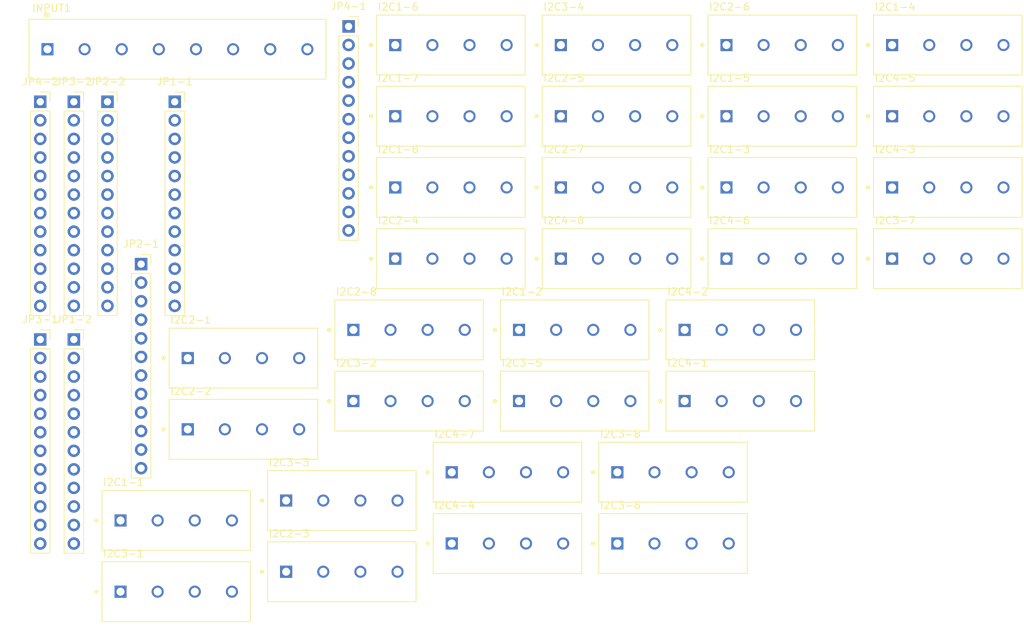
<source format=kicad_pcb>
(kicad_pcb (version 20171130) (host pcbnew "(5.1.10)-1")

  (general
    (thickness 1.6)
    (drawings 0)
    (tracks 0)
    (zones 0)
    (modules 41)
    (nets 33)
  )

  (page A4)
  (layers
    (0 F.Cu signal)
    (31 B.Cu signal)
    (32 B.Adhes user)
    (33 F.Adhes user)
    (34 B.Paste user)
    (35 F.Paste user)
    (36 B.SilkS user)
    (37 F.SilkS user)
    (38 B.Mask user)
    (39 F.Mask user)
    (40 Dwgs.User user)
    (41 Cmts.User user)
    (42 Eco1.User user)
    (43 Eco2.User user)
    (44 Edge.Cuts user)
    (45 Margin user)
    (46 B.CrtYd user)
    (47 F.CrtYd user)
    (48 B.Fab user)
    (49 F.Fab user)
  )

  (setup
    (last_trace_width 0.25)
    (trace_clearance 0.2)
    (zone_clearance 0.508)
    (zone_45_only no)
    (trace_min 0.2)
    (via_size 0.8)
    (via_drill 0.4)
    (via_min_size 0.4)
    (via_min_drill 0.3)
    (uvia_size 0.3)
    (uvia_drill 0.1)
    (uvias_allowed no)
    (uvia_min_size 0.2)
    (uvia_min_drill 0.1)
    (edge_width 0.05)
    (segment_width 0.2)
    (pcb_text_width 0.3)
    (pcb_text_size 1.5 1.5)
    (mod_edge_width 0.12)
    (mod_text_size 1 1)
    (mod_text_width 0.15)
    (pad_size 1.524 1.524)
    (pad_drill 0.762)
    (pad_to_mask_clearance 0)
    (aux_axis_origin 0 0)
    (visible_elements FFFFFF7F)
    (pcbplotparams
      (layerselection 0x010fc_ffffffff)
      (usegerberextensions false)
      (usegerberattributes true)
      (usegerberadvancedattributes true)
      (creategerberjobfile true)
      (excludeedgelayer true)
      (linewidth 0.100000)
      (plotframeref false)
      (viasonmask false)
      (mode 1)
      (useauxorigin false)
      (hpglpennumber 1)
      (hpglpenspeed 20)
      (hpglpendiameter 15.000000)
      (psnegative false)
      (psa4output false)
      (plotreference true)
      (plotvalue true)
      (plotinvisibletext false)
      (padsonsilk false)
      (subtractmaskfromsilk false)
      (outputformat 1)
      (mirror false)
      (drillshape 1)
      (scaleselection 1)
      (outputdirectory ""))
  )

  (net 0 "")
  (net 1 GND)
  (net 2 /0SCL)
  (net 3 /0SDA)
  (net 4 VCC)
  (net 5 /1SCL)
  (net 6 /1SDA)
  (net 7 /2SCL)
  (net 8 /2SDA)
  (net 9 /3SCL)
  (net 10 /3SDA)
  (net 11 /4SCL)
  (net 12 /4SDA)
  (net 13 /5SCL)
  (net 14 /5SDA)
  (net 15 /6SCL)
  (net 16 /6SDA)
  (net 17 /7SCL)
  (net 18 /7SDA)
  (net 19 I2C1_RESET)
  (net 20 "Net-(INPUT1-Pad3)")
  (net 21 "Net-(INPUT1-Pad2)")
  (net 22 "Net-(JP1-1-Pad8)")
  (net 23 "Net-(JP1-1-Pad7)")
  (net 24 "Net-(JP1-1-Pad6)")
  (net 25 /INPUTSCL)
  (net 26 /INPUTSDA)
  (net 27 "Net-(JP2-1-Pad8)")
  (net 28 "Net-(JP2-1-Pad7)")
  (net 29 "Net-(JP3-1-Pad8)")
  (net 30 "Net-(JP3-1-Pad6)")
  (net 31 "Net-(JP4-1-Pad7)")
  (net 32 "Net-(JP4-1-Pad6)")

  (net_class Default "This is the default net class."
    (clearance 0.2)
    (trace_width 0.25)
    (via_dia 0.8)
    (via_drill 0.4)
    (uvia_dia 0.3)
    (uvia_drill 0.1)
    (add_net /0SCL)
    (add_net /0SDA)
    (add_net /1SCL)
    (add_net /1SDA)
    (add_net /2SCL)
    (add_net /2SDA)
    (add_net /3SCL)
    (add_net /3SDA)
    (add_net /4SCL)
    (add_net /4SDA)
    (add_net /5SCL)
    (add_net /5SDA)
    (add_net /6SCL)
    (add_net /6SDA)
    (add_net /7SCL)
    (add_net /7SDA)
    (add_net /INPUTSCL)
    (add_net /INPUTSDA)
    (add_net GND)
    (add_net I2C1_RESET)
    (add_net "Net-(INPUT1-Pad2)")
    (add_net "Net-(INPUT1-Pad3)")
    (add_net "Net-(JP1-1-Pad6)")
    (add_net "Net-(JP1-1-Pad7)")
    (add_net "Net-(JP1-1-Pad8)")
    (add_net "Net-(JP2-1-Pad7)")
    (add_net "Net-(JP2-1-Pad8)")
    (add_net "Net-(JP3-1-Pad6)")
    (add_net "Net-(JP3-1-Pad8)")
    (add_net "Net-(JP4-1-Pad6)")
    (add_net "Net-(JP4-1-Pad7)")
    (add_net VCC)
  )

  (module Connector_PinSocket_2.54mm:PinSocket_1x12_P2.54mm_Vertical (layer F.Cu) (tedit 5A19A41D) (tstamp 6100EF74)
    (at 103.315 65.86)
    (descr "Through hole straight socket strip, 1x12, 2.54mm pitch, single row (from Kicad 4.0.7), script generated")
    (tags "Through hole socket strip THT 1x12 2.54mm single row")
    (path /611550A6)
    (fp_text reference JP4-2 (at 0 -2.77) (layer F.SilkS)
      (effects (font (size 1 1) (thickness 0.15)))
    )
    (fp_text value HEADER-1X12 (at 0 30.71) (layer F.Fab)
      (effects (font (size 1 1) (thickness 0.15)))
    )
    (fp_text user %R (at 0 13.97 90) (layer F.Fab)
      (effects (font (size 1 1) (thickness 0.15)))
    )
    (fp_line (start -1.27 -1.27) (end 0.635 -1.27) (layer F.Fab) (width 0.1))
    (fp_line (start 0.635 -1.27) (end 1.27 -0.635) (layer F.Fab) (width 0.1))
    (fp_line (start 1.27 -0.635) (end 1.27 29.21) (layer F.Fab) (width 0.1))
    (fp_line (start 1.27 29.21) (end -1.27 29.21) (layer F.Fab) (width 0.1))
    (fp_line (start -1.27 29.21) (end -1.27 -1.27) (layer F.Fab) (width 0.1))
    (fp_line (start -1.33 1.27) (end 1.33 1.27) (layer F.SilkS) (width 0.12))
    (fp_line (start -1.33 1.27) (end -1.33 29.27) (layer F.SilkS) (width 0.12))
    (fp_line (start -1.33 29.27) (end 1.33 29.27) (layer F.SilkS) (width 0.12))
    (fp_line (start 1.33 1.27) (end 1.33 29.27) (layer F.SilkS) (width 0.12))
    (fp_line (start 1.33 -1.33) (end 1.33 0) (layer F.SilkS) (width 0.12))
    (fp_line (start 0 -1.33) (end 1.33 -1.33) (layer F.SilkS) (width 0.12))
    (fp_line (start -1.8 -1.8) (end 1.75 -1.8) (layer F.CrtYd) (width 0.05))
    (fp_line (start 1.75 -1.8) (end 1.75 29.7) (layer F.CrtYd) (width 0.05))
    (fp_line (start 1.75 29.7) (end -1.8 29.7) (layer F.CrtYd) (width 0.05))
    (fp_line (start -1.8 29.7) (end -1.8 -1.8) (layer F.CrtYd) (width 0.05))
    (pad 12 thru_hole oval (at 0 27.94) (size 1.7 1.7) (drill 1) (layers *.Cu *.Mask)
      (net 17 /7SCL))
    (pad 11 thru_hole oval (at 0 25.4) (size 1.7 1.7) (drill 1) (layers *.Cu *.Mask)
      (net 18 /7SDA))
    (pad 10 thru_hole oval (at 0 22.86) (size 1.7 1.7) (drill 1) (layers *.Cu *.Mask)
      (net 15 /6SCL))
    (pad 9 thru_hole oval (at 0 20.32) (size 1.7 1.7) (drill 1) (layers *.Cu *.Mask)
      (net 16 /6SDA))
    (pad 8 thru_hole oval (at 0 17.78) (size 1.7 1.7) (drill 1) (layers *.Cu *.Mask)
      (net 13 /5SCL))
    (pad 7 thru_hole oval (at 0 15.24) (size 1.7 1.7) (drill 1) (layers *.Cu *.Mask)
      (net 14 /5SDA))
    (pad 6 thru_hole oval (at 0 12.7) (size 1.7 1.7) (drill 1) (layers *.Cu *.Mask)
      (net 11 /4SCL))
    (pad 5 thru_hole oval (at 0 10.16) (size 1.7 1.7) (drill 1) (layers *.Cu *.Mask)
      (net 12 /4SDA))
    (pad 4 thru_hole oval (at 0 7.62) (size 1.7 1.7) (drill 1) (layers *.Cu *.Mask)
      (net 9 /3SCL))
    (pad 3 thru_hole oval (at 0 5.08) (size 1.7 1.7) (drill 1) (layers *.Cu *.Mask)
      (net 10 /3SDA))
    (pad 2 thru_hole oval (at 0 2.54) (size 1.7 1.7) (drill 1) (layers *.Cu *.Mask)
      (net 7 /2SCL))
    (pad 1 thru_hole rect (at 0 0) (size 1.7 1.7) (drill 1) (layers *.Cu *.Mask)
      (net 8 /2SDA))
    (model ${KISYS3DMOD}/Connector_PinSocket_2.54mm.3dshapes/PinSocket_1x12_P2.54mm_Vertical.wrl
      (at (xyz 0 0 0))
      (scale (xyz 1 1 1))
      (rotate (xyz 0 0 0))
    )
  )

  (module Connector_PinSocket_2.54mm:PinSocket_1x12_P2.54mm_Vertical (layer F.Cu) (tedit 5A19A41D) (tstamp 6100EF54)
    (at 145.505 55.54)
    (descr "Through hole straight socket strip, 1x12, 2.54mm pitch, single row (from Kicad 4.0.7), script generated")
    (tags "Through hole socket strip THT 1x12 2.54mm single row")
    (path /611550B2)
    (fp_text reference JP4-1 (at 0 -2.77) (layer F.SilkS)
      (effects (font (size 1 1) (thickness 0.15)))
    )
    (fp_text value HEADER-1X12 (at 0 30.71) (layer F.Fab)
      (effects (font (size 1 1) (thickness 0.15)))
    )
    (fp_text user %R (at 0 13.97 90) (layer F.Fab)
      (effects (font (size 1 1) (thickness 0.15)))
    )
    (fp_line (start -1.27 -1.27) (end 0.635 -1.27) (layer F.Fab) (width 0.1))
    (fp_line (start 0.635 -1.27) (end 1.27 -0.635) (layer F.Fab) (width 0.1))
    (fp_line (start 1.27 -0.635) (end 1.27 29.21) (layer F.Fab) (width 0.1))
    (fp_line (start 1.27 29.21) (end -1.27 29.21) (layer F.Fab) (width 0.1))
    (fp_line (start -1.27 29.21) (end -1.27 -1.27) (layer F.Fab) (width 0.1))
    (fp_line (start -1.33 1.27) (end 1.33 1.27) (layer F.SilkS) (width 0.12))
    (fp_line (start -1.33 1.27) (end -1.33 29.27) (layer F.SilkS) (width 0.12))
    (fp_line (start -1.33 29.27) (end 1.33 29.27) (layer F.SilkS) (width 0.12))
    (fp_line (start 1.33 1.27) (end 1.33 29.27) (layer F.SilkS) (width 0.12))
    (fp_line (start 1.33 -1.33) (end 1.33 0) (layer F.SilkS) (width 0.12))
    (fp_line (start 0 -1.33) (end 1.33 -1.33) (layer F.SilkS) (width 0.12))
    (fp_line (start -1.8 -1.8) (end 1.75 -1.8) (layer F.CrtYd) (width 0.05))
    (fp_line (start 1.75 -1.8) (end 1.75 29.7) (layer F.CrtYd) (width 0.05))
    (fp_line (start 1.75 29.7) (end -1.8 29.7) (layer F.CrtYd) (width 0.05))
    (fp_line (start -1.8 29.7) (end -1.8 -1.8) (layer F.CrtYd) (width 0.05))
    (pad 12 thru_hole oval (at 0 27.94) (size 1.7 1.7) (drill 1) (layers *.Cu *.Mask)
      (net 5 /1SCL))
    (pad 11 thru_hole oval (at 0 25.4) (size 1.7 1.7) (drill 1) (layers *.Cu *.Mask)
      (net 6 /1SDA))
    (pad 10 thru_hole oval (at 0 22.86) (size 1.7 1.7) (drill 1) (layers *.Cu *.Mask)
      (net 2 /0SCL))
    (pad 9 thru_hole oval (at 0 20.32) (size 1.7 1.7) (drill 1) (layers *.Cu *.Mask)
      (net 3 /0SDA))
    (pad 8 thru_hole oval (at 0 17.78) (size 1.7 1.7) (drill 1) (layers *.Cu *.Mask)
      (net 4 VCC))
    (pad 7 thru_hole oval (at 0 15.24) (size 1.7 1.7) (drill 1) (layers *.Cu *.Mask)
      (net 31 "Net-(JP4-1-Pad7)"))
    (pad 6 thru_hole oval (at 0 12.7) (size 1.7 1.7) (drill 1) (layers *.Cu *.Mask)
      (net 32 "Net-(JP4-1-Pad6)"))
    (pad 5 thru_hole oval (at 0 10.16) (size 1.7 1.7) (drill 1) (layers *.Cu *.Mask)
      (net 19 I2C1_RESET))
    (pad 4 thru_hole oval (at 0 7.62) (size 1.7 1.7) (drill 1) (layers *.Cu *.Mask)
      (net 25 /INPUTSCL))
    (pad 3 thru_hole oval (at 0 5.08) (size 1.7 1.7) (drill 1) (layers *.Cu *.Mask)
      (net 26 /INPUTSDA))
    (pad 2 thru_hole oval (at 0 2.54) (size 1.7 1.7) (drill 1) (layers *.Cu *.Mask)
      (net 1 GND))
    (pad 1 thru_hole rect (at 0 0) (size 1.7 1.7) (drill 1) (layers *.Cu *.Mask)
      (net 4 VCC))
    (model ${KISYS3DMOD}/Connector_PinSocket_2.54mm.3dshapes/PinSocket_1x12_P2.54mm_Vertical.wrl
      (at (xyz 0 0 0))
      (scale (xyz 1 1 1))
      (rotate (xyz 0 0 0))
    )
  )

  (module Connector_PinSocket_2.54mm:PinSocket_1x12_P2.54mm_Vertical (layer F.Cu) (tedit 5A19A41D) (tstamp 6100EF34)
    (at 107.915 65.86)
    (descr "Through hole straight socket strip, 1x12, 2.54mm pitch, single row (from Kicad 4.0.7), script generated")
    (tags "Through hole socket strip THT 1x12 2.54mm single row")
    (path /61078804)
    (fp_text reference JP3-2 (at 0 -2.77) (layer F.SilkS)
      (effects (font (size 1 1) (thickness 0.15)))
    )
    (fp_text value HEADER-1X12 (at 0 30.71) (layer F.Fab)
      (effects (font (size 1 1) (thickness 0.15)))
    )
    (fp_text user %R (at 0 13.97 90) (layer F.Fab)
      (effects (font (size 1 1) (thickness 0.15)))
    )
    (fp_line (start -1.27 -1.27) (end 0.635 -1.27) (layer F.Fab) (width 0.1))
    (fp_line (start 0.635 -1.27) (end 1.27 -0.635) (layer F.Fab) (width 0.1))
    (fp_line (start 1.27 -0.635) (end 1.27 29.21) (layer F.Fab) (width 0.1))
    (fp_line (start 1.27 29.21) (end -1.27 29.21) (layer F.Fab) (width 0.1))
    (fp_line (start -1.27 29.21) (end -1.27 -1.27) (layer F.Fab) (width 0.1))
    (fp_line (start -1.33 1.27) (end 1.33 1.27) (layer F.SilkS) (width 0.12))
    (fp_line (start -1.33 1.27) (end -1.33 29.27) (layer F.SilkS) (width 0.12))
    (fp_line (start -1.33 29.27) (end 1.33 29.27) (layer F.SilkS) (width 0.12))
    (fp_line (start 1.33 1.27) (end 1.33 29.27) (layer F.SilkS) (width 0.12))
    (fp_line (start 1.33 -1.33) (end 1.33 0) (layer F.SilkS) (width 0.12))
    (fp_line (start 0 -1.33) (end 1.33 -1.33) (layer F.SilkS) (width 0.12))
    (fp_line (start -1.8 -1.8) (end 1.75 -1.8) (layer F.CrtYd) (width 0.05))
    (fp_line (start 1.75 -1.8) (end 1.75 29.7) (layer F.CrtYd) (width 0.05))
    (fp_line (start 1.75 29.7) (end -1.8 29.7) (layer F.CrtYd) (width 0.05))
    (fp_line (start -1.8 29.7) (end -1.8 -1.8) (layer F.CrtYd) (width 0.05))
    (pad 12 thru_hole oval (at 0 27.94) (size 1.7 1.7) (drill 1) (layers *.Cu *.Mask)
      (net 17 /7SCL))
    (pad 11 thru_hole oval (at 0 25.4) (size 1.7 1.7) (drill 1) (layers *.Cu *.Mask)
      (net 18 /7SDA))
    (pad 10 thru_hole oval (at 0 22.86) (size 1.7 1.7) (drill 1) (layers *.Cu *.Mask)
      (net 15 /6SCL))
    (pad 9 thru_hole oval (at 0 20.32) (size 1.7 1.7) (drill 1) (layers *.Cu *.Mask)
      (net 16 /6SDA))
    (pad 8 thru_hole oval (at 0 17.78) (size 1.7 1.7) (drill 1) (layers *.Cu *.Mask)
      (net 13 /5SCL))
    (pad 7 thru_hole oval (at 0 15.24) (size 1.7 1.7) (drill 1) (layers *.Cu *.Mask)
      (net 14 /5SDA))
    (pad 6 thru_hole oval (at 0 12.7) (size 1.7 1.7) (drill 1) (layers *.Cu *.Mask)
      (net 11 /4SCL))
    (pad 5 thru_hole oval (at 0 10.16) (size 1.7 1.7) (drill 1) (layers *.Cu *.Mask)
      (net 12 /4SDA))
    (pad 4 thru_hole oval (at 0 7.62) (size 1.7 1.7) (drill 1) (layers *.Cu *.Mask)
      (net 9 /3SCL))
    (pad 3 thru_hole oval (at 0 5.08) (size 1.7 1.7) (drill 1) (layers *.Cu *.Mask)
      (net 10 /3SDA))
    (pad 2 thru_hole oval (at 0 2.54) (size 1.7 1.7) (drill 1) (layers *.Cu *.Mask)
      (net 7 /2SCL))
    (pad 1 thru_hole rect (at 0 0) (size 1.7 1.7) (drill 1) (layers *.Cu *.Mask)
      (net 8 /2SDA))
    (model ${KISYS3DMOD}/Connector_PinSocket_2.54mm.3dshapes/PinSocket_1x12_P2.54mm_Vertical.wrl
      (at (xyz 0 0 0))
      (scale (xyz 1 1 1))
      (rotate (xyz 0 0 0))
    )
  )

  (module Connector_PinSocket_2.54mm:PinSocket_1x12_P2.54mm_Vertical (layer F.Cu) (tedit 5A19A41D) (tstamp 6100EF14)
    (at 103.315 98.41)
    (descr "Through hole straight socket strip, 1x12, 2.54mm pitch, single row (from Kicad 4.0.7), script generated")
    (tags "Through hole socket strip THT 1x12 2.54mm single row")
    (path /61078810)
    (fp_text reference JP3-1 (at 0 -2.77) (layer F.SilkS)
      (effects (font (size 1 1) (thickness 0.15)))
    )
    (fp_text value HEADER-1X12 (at 0 30.71) (layer F.Fab)
      (effects (font (size 1 1) (thickness 0.15)))
    )
    (fp_text user %R (at 0 13.97 90) (layer F.Fab)
      (effects (font (size 1 1) (thickness 0.15)))
    )
    (fp_line (start -1.27 -1.27) (end 0.635 -1.27) (layer F.Fab) (width 0.1))
    (fp_line (start 0.635 -1.27) (end 1.27 -0.635) (layer F.Fab) (width 0.1))
    (fp_line (start 1.27 -0.635) (end 1.27 29.21) (layer F.Fab) (width 0.1))
    (fp_line (start 1.27 29.21) (end -1.27 29.21) (layer F.Fab) (width 0.1))
    (fp_line (start -1.27 29.21) (end -1.27 -1.27) (layer F.Fab) (width 0.1))
    (fp_line (start -1.33 1.27) (end 1.33 1.27) (layer F.SilkS) (width 0.12))
    (fp_line (start -1.33 1.27) (end -1.33 29.27) (layer F.SilkS) (width 0.12))
    (fp_line (start -1.33 29.27) (end 1.33 29.27) (layer F.SilkS) (width 0.12))
    (fp_line (start 1.33 1.27) (end 1.33 29.27) (layer F.SilkS) (width 0.12))
    (fp_line (start 1.33 -1.33) (end 1.33 0) (layer F.SilkS) (width 0.12))
    (fp_line (start 0 -1.33) (end 1.33 -1.33) (layer F.SilkS) (width 0.12))
    (fp_line (start -1.8 -1.8) (end 1.75 -1.8) (layer F.CrtYd) (width 0.05))
    (fp_line (start 1.75 -1.8) (end 1.75 29.7) (layer F.CrtYd) (width 0.05))
    (fp_line (start 1.75 29.7) (end -1.8 29.7) (layer F.CrtYd) (width 0.05))
    (fp_line (start -1.8 29.7) (end -1.8 -1.8) (layer F.CrtYd) (width 0.05))
    (pad 12 thru_hole oval (at 0 27.94) (size 1.7 1.7) (drill 1) (layers *.Cu *.Mask)
      (net 5 /1SCL))
    (pad 11 thru_hole oval (at 0 25.4) (size 1.7 1.7) (drill 1) (layers *.Cu *.Mask)
      (net 6 /1SDA))
    (pad 10 thru_hole oval (at 0 22.86) (size 1.7 1.7) (drill 1) (layers *.Cu *.Mask)
      (net 2 /0SCL))
    (pad 9 thru_hole oval (at 0 20.32) (size 1.7 1.7) (drill 1) (layers *.Cu *.Mask)
      (net 3 /0SDA))
    (pad 8 thru_hole oval (at 0 17.78) (size 1.7 1.7) (drill 1) (layers *.Cu *.Mask)
      (net 29 "Net-(JP3-1-Pad8)"))
    (pad 7 thru_hole oval (at 0 15.24) (size 1.7 1.7) (drill 1) (layers *.Cu *.Mask)
      (net 4 VCC))
    (pad 6 thru_hole oval (at 0 12.7) (size 1.7 1.7) (drill 1) (layers *.Cu *.Mask)
      (net 30 "Net-(JP3-1-Pad6)"))
    (pad 5 thru_hole oval (at 0 10.16) (size 1.7 1.7) (drill 1) (layers *.Cu *.Mask)
      (net 19 I2C1_RESET))
    (pad 4 thru_hole oval (at 0 7.62) (size 1.7 1.7) (drill 1) (layers *.Cu *.Mask)
      (net 25 /INPUTSCL))
    (pad 3 thru_hole oval (at 0 5.08) (size 1.7 1.7) (drill 1) (layers *.Cu *.Mask)
      (net 26 /INPUTSDA))
    (pad 2 thru_hole oval (at 0 2.54) (size 1.7 1.7) (drill 1) (layers *.Cu *.Mask)
      (net 1 GND))
    (pad 1 thru_hole rect (at 0 0) (size 1.7 1.7) (drill 1) (layers *.Cu *.Mask)
      (net 4 VCC))
    (model ${KISYS3DMOD}/Connector_PinSocket_2.54mm.3dshapes/PinSocket_1x12_P2.54mm_Vertical.wrl
      (at (xyz 0 0 0))
      (scale (xyz 1 1 1))
      (rotate (xyz 0 0 0))
    )
  )

  (module Connector_PinSocket_2.54mm:PinSocket_1x12_P2.54mm_Vertical (layer F.Cu) (tedit 5A19A41D) (tstamp 6100EEF4)
    (at 112.515 65.86)
    (descr "Through hole straight socket strip, 1x12, 2.54mm pitch, single row (from Kicad 4.0.7), script generated")
    (tags "Through hole socket strip THT 1x12 2.54mm single row")
    (path /611753F4)
    (fp_text reference JP2-2 (at 0 -2.77) (layer F.SilkS)
      (effects (font (size 1 1) (thickness 0.15)))
    )
    (fp_text value HEADER-1X12 (at 0 30.71) (layer F.Fab)
      (effects (font (size 1 1) (thickness 0.15)))
    )
    (fp_text user %R (at 0 13.97 90) (layer F.Fab)
      (effects (font (size 1 1) (thickness 0.15)))
    )
    (fp_line (start -1.27 -1.27) (end 0.635 -1.27) (layer F.Fab) (width 0.1))
    (fp_line (start 0.635 -1.27) (end 1.27 -0.635) (layer F.Fab) (width 0.1))
    (fp_line (start 1.27 -0.635) (end 1.27 29.21) (layer F.Fab) (width 0.1))
    (fp_line (start 1.27 29.21) (end -1.27 29.21) (layer F.Fab) (width 0.1))
    (fp_line (start -1.27 29.21) (end -1.27 -1.27) (layer F.Fab) (width 0.1))
    (fp_line (start -1.33 1.27) (end 1.33 1.27) (layer F.SilkS) (width 0.12))
    (fp_line (start -1.33 1.27) (end -1.33 29.27) (layer F.SilkS) (width 0.12))
    (fp_line (start -1.33 29.27) (end 1.33 29.27) (layer F.SilkS) (width 0.12))
    (fp_line (start 1.33 1.27) (end 1.33 29.27) (layer F.SilkS) (width 0.12))
    (fp_line (start 1.33 -1.33) (end 1.33 0) (layer F.SilkS) (width 0.12))
    (fp_line (start 0 -1.33) (end 1.33 -1.33) (layer F.SilkS) (width 0.12))
    (fp_line (start -1.8 -1.8) (end 1.75 -1.8) (layer F.CrtYd) (width 0.05))
    (fp_line (start 1.75 -1.8) (end 1.75 29.7) (layer F.CrtYd) (width 0.05))
    (fp_line (start 1.75 29.7) (end -1.8 29.7) (layer F.CrtYd) (width 0.05))
    (fp_line (start -1.8 29.7) (end -1.8 -1.8) (layer F.CrtYd) (width 0.05))
    (pad 12 thru_hole oval (at 0 27.94) (size 1.7 1.7) (drill 1) (layers *.Cu *.Mask)
      (net 17 /7SCL))
    (pad 11 thru_hole oval (at 0 25.4) (size 1.7 1.7) (drill 1) (layers *.Cu *.Mask)
      (net 18 /7SDA))
    (pad 10 thru_hole oval (at 0 22.86) (size 1.7 1.7) (drill 1) (layers *.Cu *.Mask)
      (net 15 /6SCL))
    (pad 9 thru_hole oval (at 0 20.32) (size 1.7 1.7) (drill 1) (layers *.Cu *.Mask)
      (net 16 /6SDA))
    (pad 8 thru_hole oval (at 0 17.78) (size 1.7 1.7) (drill 1) (layers *.Cu *.Mask)
      (net 13 /5SCL))
    (pad 7 thru_hole oval (at 0 15.24) (size 1.7 1.7) (drill 1) (layers *.Cu *.Mask)
      (net 14 /5SDA))
    (pad 6 thru_hole oval (at 0 12.7) (size 1.7 1.7) (drill 1) (layers *.Cu *.Mask)
      (net 11 /4SCL))
    (pad 5 thru_hole oval (at 0 10.16) (size 1.7 1.7) (drill 1) (layers *.Cu *.Mask)
      (net 12 /4SDA))
    (pad 4 thru_hole oval (at 0 7.62) (size 1.7 1.7) (drill 1) (layers *.Cu *.Mask)
      (net 9 /3SCL))
    (pad 3 thru_hole oval (at 0 5.08) (size 1.7 1.7) (drill 1) (layers *.Cu *.Mask)
      (net 10 /3SDA))
    (pad 2 thru_hole oval (at 0 2.54) (size 1.7 1.7) (drill 1) (layers *.Cu *.Mask)
      (net 7 /2SCL))
    (pad 1 thru_hole rect (at 0 0) (size 1.7 1.7) (drill 1) (layers *.Cu *.Mask)
      (net 8 /2SDA))
    (model ${KISYS3DMOD}/Connector_PinSocket_2.54mm.3dshapes/PinSocket_1x12_P2.54mm_Vertical.wrl
      (at (xyz 0 0 0))
      (scale (xyz 1 1 1))
      (rotate (xyz 0 0 0))
    )
  )

  (module Connector_PinSocket_2.54mm:PinSocket_1x12_P2.54mm_Vertical (layer F.Cu) (tedit 5A19A41D) (tstamp 6100EED4)
    (at 117.115 88.09)
    (descr "Through hole straight socket strip, 1x12, 2.54mm pitch, single row (from Kicad 4.0.7), script generated")
    (tags "Through hole socket strip THT 1x12 2.54mm single row")
    (path /61175400)
    (fp_text reference JP2-1 (at 0 -2.77) (layer F.SilkS)
      (effects (font (size 1 1) (thickness 0.15)))
    )
    (fp_text value HEADER-1X12 (at 0 30.71) (layer F.Fab)
      (effects (font (size 1 1) (thickness 0.15)))
    )
    (fp_text user %R (at 0 13.97 90) (layer F.Fab)
      (effects (font (size 1 1) (thickness 0.15)))
    )
    (fp_line (start -1.27 -1.27) (end 0.635 -1.27) (layer F.Fab) (width 0.1))
    (fp_line (start 0.635 -1.27) (end 1.27 -0.635) (layer F.Fab) (width 0.1))
    (fp_line (start 1.27 -0.635) (end 1.27 29.21) (layer F.Fab) (width 0.1))
    (fp_line (start 1.27 29.21) (end -1.27 29.21) (layer F.Fab) (width 0.1))
    (fp_line (start -1.27 29.21) (end -1.27 -1.27) (layer F.Fab) (width 0.1))
    (fp_line (start -1.33 1.27) (end 1.33 1.27) (layer F.SilkS) (width 0.12))
    (fp_line (start -1.33 1.27) (end -1.33 29.27) (layer F.SilkS) (width 0.12))
    (fp_line (start -1.33 29.27) (end 1.33 29.27) (layer F.SilkS) (width 0.12))
    (fp_line (start 1.33 1.27) (end 1.33 29.27) (layer F.SilkS) (width 0.12))
    (fp_line (start 1.33 -1.33) (end 1.33 0) (layer F.SilkS) (width 0.12))
    (fp_line (start 0 -1.33) (end 1.33 -1.33) (layer F.SilkS) (width 0.12))
    (fp_line (start -1.8 -1.8) (end 1.75 -1.8) (layer F.CrtYd) (width 0.05))
    (fp_line (start 1.75 -1.8) (end 1.75 29.7) (layer F.CrtYd) (width 0.05))
    (fp_line (start 1.75 29.7) (end -1.8 29.7) (layer F.CrtYd) (width 0.05))
    (fp_line (start -1.8 29.7) (end -1.8 -1.8) (layer F.CrtYd) (width 0.05))
    (pad 12 thru_hole oval (at 0 27.94) (size 1.7 1.7) (drill 1) (layers *.Cu *.Mask)
      (net 5 /1SCL))
    (pad 11 thru_hole oval (at 0 25.4) (size 1.7 1.7) (drill 1) (layers *.Cu *.Mask)
      (net 6 /1SDA))
    (pad 10 thru_hole oval (at 0 22.86) (size 1.7 1.7) (drill 1) (layers *.Cu *.Mask)
      (net 2 /0SCL))
    (pad 9 thru_hole oval (at 0 20.32) (size 1.7 1.7) (drill 1) (layers *.Cu *.Mask)
      (net 3 /0SDA))
    (pad 8 thru_hole oval (at 0 17.78) (size 1.7 1.7) (drill 1) (layers *.Cu *.Mask)
      (net 27 "Net-(JP2-1-Pad8)"))
    (pad 7 thru_hole oval (at 0 15.24) (size 1.7 1.7) (drill 1) (layers *.Cu *.Mask)
      (net 28 "Net-(JP2-1-Pad7)"))
    (pad 6 thru_hole oval (at 0 12.7) (size 1.7 1.7) (drill 1) (layers *.Cu *.Mask)
      (net 4 VCC))
    (pad 5 thru_hole oval (at 0 10.16) (size 1.7 1.7) (drill 1) (layers *.Cu *.Mask)
      (net 19 I2C1_RESET))
    (pad 4 thru_hole oval (at 0 7.62) (size 1.7 1.7) (drill 1) (layers *.Cu *.Mask)
      (net 25 /INPUTSCL))
    (pad 3 thru_hole oval (at 0 5.08) (size 1.7 1.7) (drill 1) (layers *.Cu *.Mask)
      (net 26 /INPUTSDA))
    (pad 2 thru_hole oval (at 0 2.54) (size 1.7 1.7) (drill 1) (layers *.Cu *.Mask)
      (net 1 GND))
    (pad 1 thru_hole rect (at 0 0) (size 1.7 1.7) (drill 1) (layers *.Cu *.Mask)
      (net 4 VCC))
    (model ${KISYS3DMOD}/Connector_PinSocket_2.54mm.3dshapes/PinSocket_1x12_P2.54mm_Vertical.wrl
      (at (xyz 0 0 0))
      (scale (xyz 1 1 1))
      (rotate (xyz 0 0 0))
    )
  )

  (module Connector_PinSocket_2.54mm:PinSocket_1x12_P2.54mm_Vertical (layer F.Cu) (tedit 5A19A41D) (tstamp 6100EEB4)
    (at 107.915 98.41)
    (descr "Through hole straight socket strip, 1x12, 2.54mm pitch, single row (from Kicad 4.0.7), script generated")
    (tags "Through hole socket strip THT 1x12 2.54mm single row")
    (path /0B60073D)
    (fp_text reference JP1-2 (at 0 -2.77) (layer F.SilkS)
      (effects (font (size 1 1) (thickness 0.15)))
    )
    (fp_text value HEADER-1X12 (at 0 30.71) (layer F.Fab)
      (effects (font (size 1 1) (thickness 0.15)))
    )
    (fp_text user %R (at 0 13.97 90) (layer F.Fab)
      (effects (font (size 1 1) (thickness 0.15)))
    )
    (fp_line (start -1.27 -1.27) (end 0.635 -1.27) (layer F.Fab) (width 0.1))
    (fp_line (start 0.635 -1.27) (end 1.27 -0.635) (layer F.Fab) (width 0.1))
    (fp_line (start 1.27 -0.635) (end 1.27 29.21) (layer F.Fab) (width 0.1))
    (fp_line (start 1.27 29.21) (end -1.27 29.21) (layer F.Fab) (width 0.1))
    (fp_line (start -1.27 29.21) (end -1.27 -1.27) (layer F.Fab) (width 0.1))
    (fp_line (start -1.33 1.27) (end 1.33 1.27) (layer F.SilkS) (width 0.12))
    (fp_line (start -1.33 1.27) (end -1.33 29.27) (layer F.SilkS) (width 0.12))
    (fp_line (start -1.33 29.27) (end 1.33 29.27) (layer F.SilkS) (width 0.12))
    (fp_line (start 1.33 1.27) (end 1.33 29.27) (layer F.SilkS) (width 0.12))
    (fp_line (start 1.33 -1.33) (end 1.33 0) (layer F.SilkS) (width 0.12))
    (fp_line (start 0 -1.33) (end 1.33 -1.33) (layer F.SilkS) (width 0.12))
    (fp_line (start -1.8 -1.8) (end 1.75 -1.8) (layer F.CrtYd) (width 0.05))
    (fp_line (start 1.75 -1.8) (end 1.75 29.7) (layer F.CrtYd) (width 0.05))
    (fp_line (start 1.75 29.7) (end -1.8 29.7) (layer F.CrtYd) (width 0.05))
    (fp_line (start -1.8 29.7) (end -1.8 -1.8) (layer F.CrtYd) (width 0.05))
    (pad 12 thru_hole oval (at 0 27.94) (size 1.7 1.7) (drill 1) (layers *.Cu *.Mask)
      (net 17 /7SCL))
    (pad 11 thru_hole oval (at 0 25.4) (size 1.7 1.7) (drill 1) (layers *.Cu *.Mask)
      (net 18 /7SDA))
    (pad 10 thru_hole oval (at 0 22.86) (size 1.7 1.7) (drill 1) (layers *.Cu *.Mask)
      (net 15 /6SCL))
    (pad 9 thru_hole oval (at 0 20.32) (size 1.7 1.7) (drill 1) (layers *.Cu *.Mask)
      (net 16 /6SDA))
    (pad 8 thru_hole oval (at 0 17.78) (size 1.7 1.7) (drill 1) (layers *.Cu *.Mask)
      (net 13 /5SCL))
    (pad 7 thru_hole oval (at 0 15.24) (size 1.7 1.7) (drill 1) (layers *.Cu *.Mask)
      (net 14 /5SDA))
    (pad 6 thru_hole oval (at 0 12.7) (size 1.7 1.7) (drill 1) (layers *.Cu *.Mask)
      (net 11 /4SCL))
    (pad 5 thru_hole oval (at 0 10.16) (size 1.7 1.7) (drill 1) (layers *.Cu *.Mask)
      (net 12 /4SDA))
    (pad 4 thru_hole oval (at 0 7.62) (size 1.7 1.7) (drill 1) (layers *.Cu *.Mask)
      (net 9 /3SCL))
    (pad 3 thru_hole oval (at 0 5.08) (size 1.7 1.7) (drill 1) (layers *.Cu *.Mask)
      (net 10 /3SDA))
    (pad 2 thru_hole oval (at 0 2.54) (size 1.7 1.7) (drill 1) (layers *.Cu *.Mask)
      (net 7 /2SCL))
    (pad 1 thru_hole rect (at 0 0) (size 1.7 1.7) (drill 1) (layers *.Cu *.Mask)
      (net 8 /2SDA))
    (model ${KISYS3DMOD}/Connector_PinSocket_2.54mm.3dshapes/PinSocket_1x12_P2.54mm_Vertical.wrl
      (at (xyz 0 0 0))
      (scale (xyz 1 1 1))
      (rotate (xyz 0 0 0))
    )
  )

  (module Connector_PinSocket_2.54mm:PinSocket_1x12_P2.54mm_Vertical (layer F.Cu) (tedit 5A19A41D) (tstamp 6100EE94)
    (at 121.715 65.86)
    (descr "Through hole straight socket strip, 1x12, 2.54mm pitch, single row (from Kicad 4.0.7), script generated")
    (tags "Through hole socket strip THT 1x12 2.54mm single row")
    (path /8182258E)
    (fp_text reference JP1-1 (at 0 -2.77) (layer F.SilkS)
      (effects (font (size 1 1) (thickness 0.15)))
    )
    (fp_text value HEADER-1X12 (at 0 30.71) (layer F.Fab)
      (effects (font (size 1 1) (thickness 0.15)))
    )
    (fp_text user %R (at 0 13.97 90) (layer F.Fab)
      (effects (font (size 1 1) (thickness 0.15)))
    )
    (fp_line (start -1.27 -1.27) (end 0.635 -1.27) (layer F.Fab) (width 0.1))
    (fp_line (start 0.635 -1.27) (end 1.27 -0.635) (layer F.Fab) (width 0.1))
    (fp_line (start 1.27 -0.635) (end 1.27 29.21) (layer F.Fab) (width 0.1))
    (fp_line (start 1.27 29.21) (end -1.27 29.21) (layer F.Fab) (width 0.1))
    (fp_line (start -1.27 29.21) (end -1.27 -1.27) (layer F.Fab) (width 0.1))
    (fp_line (start -1.33 1.27) (end 1.33 1.27) (layer F.SilkS) (width 0.12))
    (fp_line (start -1.33 1.27) (end -1.33 29.27) (layer F.SilkS) (width 0.12))
    (fp_line (start -1.33 29.27) (end 1.33 29.27) (layer F.SilkS) (width 0.12))
    (fp_line (start 1.33 1.27) (end 1.33 29.27) (layer F.SilkS) (width 0.12))
    (fp_line (start 1.33 -1.33) (end 1.33 0) (layer F.SilkS) (width 0.12))
    (fp_line (start 0 -1.33) (end 1.33 -1.33) (layer F.SilkS) (width 0.12))
    (fp_line (start -1.8 -1.8) (end 1.75 -1.8) (layer F.CrtYd) (width 0.05))
    (fp_line (start 1.75 -1.8) (end 1.75 29.7) (layer F.CrtYd) (width 0.05))
    (fp_line (start 1.75 29.7) (end -1.8 29.7) (layer F.CrtYd) (width 0.05))
    (fp_line (start -1.8 29.7) (end -1.8 -1.8) (layer F.CrtYd) (width 0.05))
    (pad 12 thru_hole oval (at 0 27.94) (size 1.7 1.7) (drill 1) (layers *.Cu *.Mask)
      (net 5 /1SCL))
    (pad 11 thru_hole oval (at 0 25.4) (size 1.7 1.7) (drill 1) (layers *.Cu *.Mask)
      (net 6 /1SDA))
    (pad 10 thru_hole oval (at 0 22.86) (size 1.7 1.7) (drill 1) (layers *.Cu *.Mask)
      (net 2 /0SCL))
    (pad 9 thru_hole oval (at 0 20.32) (size 1.7 1.7) (drill 1) (layers *.Cu *.Mask)
      (net 3 /0SDA))
    (pad 8 thru_hole oval (at 0 17.78) (size 1.7 1.7) (drill 1) (layers *.Cu *.Mask)
      (net 22 "Net-(JP1-1-Pad8)"))
    (pad 7 thru_hole oval (at 0 15.24) (size 1.7 1.7) (drill 1) (layers *.Cu *.Mask)
      (net 23 "Net-(JP1-1-Pad7)"))
    (pad 6 thru_hole oval (at 0 12.7) (size 1.7 1.7) (drill 1) (layers *.Cu *.Mask)
      (net 24 "Net-(JP1-1-Pad6)"))
    (pad 5 thru_hole oval (at 0 10.16) (size 1.7 1.7) (drill 1) (layers *.Cu *.Mask)
      (net 19 I2C1_RESET))
    (pad 4 thru_hole oval (at 0 7.62) (size 1.7 1.7) (drill 1) (layers *.Cu *.Mask)
      (net 25 /INPUTSCL))
    (pad 3 thru_hole oval (at 0 5.08) (size 1.7 1.7) (drill 1) (layers *.Cu *.Mask)
      (net 26 /INPUTSDA))
    (pad 2 thru_hole oval (at 0 2.54) (size 1.7 1.7) (drill 1) (layers *.Cu *.Mask)
      (net 1 GND))
    (pad 1 thru_hole rect (at 0 0) (size 1.7 1.7) (drill 1) (layers *.Cu *.Mask)
      (net 4 VCC))
    (model ${KISYS3DMOD}/Connector_PinSocket_2.54mm.3dshapes/PinSocket_1x12_P2.54mm_Vertical.wrl
      (at (xyz 0 0 0))
      (scale (xyz 1 1 1))
      (rotate (xyz 0 0 0))
    )
  )

  (module TE_282837-8:TE_282837-8 (layer F.Cu) (tedit 61007273) (tstamp 6100EE74)
    (at 104.305 58.665)
    (path /612360C1)
    (fp_text reference INPUT1 (at 0.55561 -5.64111) (layer F.SilkS)
      (effects (font (size 1.001087 1.001087) (thickness 0.15)))
    )
    (fp_text value 282837-8 (at 4.27354 5.17532) (layer F.Fab)
      (effects (font (size 1.002 1.002) (thickness 0.15)))
    )
    (fp_line (start -2.54 4.1) (end -2.54 -4.1) (layer F.Fab) (width 0.127))
    (fp_line (start -2.54 -4.1) (end 38.1 -4.1) (layer F.Fab) (width 0.127))
    (fp_line (start 38.1 -4.1) (end 38.1 4.1) (layer F.Fab) (width 0.127))
    (fp_line (start 38.1 4.1) (end -2.54 4.1) (layer F.Fab) (width 0.127))
    (fp_line (start -2.54 -4.1) (end -2.54 4.1) (layer F.SilkS) (width 0.127))
    (fp_line (start -2.54 4.1) (end 38.1 4.1) (layer F.SilkS) (width 0.127))
    (fp_line (start 38.1 4.1) (end 38.1 -4.1) (layer F.SilkS) (width 0.127))
    (fp_line (start 38.1 -4.1) (end -2.54 -4.1) (layer F.SilkS) (width 0.127))
    (fp_line (start -2.79 4.35) (end -2.79 -4.35) (layer F.CrtYd) (width 0.05))
    (fp_line (start -2.79 -4.35) (end 38.35 -4.35) (layer F.CrtYd) (width 0.05))
    (fp_line (start 38.35 -4.35) (end 38.35 4.35) (layer F.CrtYd) (width 0.05))
    (fp_line (start 38.35 4.35) (end -2.79 4.35) (layer F.CrtYd) (width 0.05))
    (fp_circle (center -0.12 -4.7) (end -0.02 -4.7) (layer F.SilkS) (width 0.3))
    (pad 8 thru_hole circle (at 35.56 0) (size 1.65 1.65) (drill 1.1) (layers *.Cu *.Mask)
      (net 1 GND))
    (pad 7 thru_hole circle (at 30.48 0) (size 1.65 1.65) (drill 1.1) (layers *.Cu *.Mask)
      (net 19 I2C1_RESET))
    (pad 6 thru_hole circle (at 25.4 0) (size 1.65 1.65) (drill 1.1) (layers *.Cu *.Mask)
      (net 19 I2C1_RESET))
    (pad 5 thru_hole circle (at 20.32 0) (size 1.65 1.65) (drill 1.1) (layers *.Cu *.Mask)
      (net 19 I2C1_RESET))
    (pad 4 thru_hole circle (at 15.24 0) (size 1.65 1.65) (drill 1.1) (layers *.Cu *.Mask)
      (net 19 I2C1_RESET))
    (pad 3 thru_hole circle (at 10.16 0) (size 1.65 1.65) (drill 1.1) (layers *.Cu *.Mask)
      (net 20 "Net-(INPUT1-Pad3)"))
    (pad 2 thru_hole circle (at 5.08 0) (size 1.65 1.65) (drill 1.1) (layers *.Cu *.Mask)
      (net 21 "Net-(INPUT1-Pad2)"))
    (pad 1 thru_hole rect (at 0 0) (size 1.65 1.65) (drill 1.1) (layers *.Cu *.Mask)
      (net 4 VCC))
  )

  (module TE_282837-4:TE_282837-4 (layer F.Cu) (tedit 60FF0A6E) (tstamp 6100EE5B)
    (at 174.55 87.34)
    (path /611550E3)
    (fp_text reference I2C4-8 (at 0.4057 -5.22403) (layer F.SilkS)
      (effects (font (size 1.001732 1.001732) (thickness 0.15)))
    )
    (fp_text value 282837-4 (at 4.21707 5.21753) (layer F.Fab)
      (effects (font (size 1.000488 1.000488) (thickness 0.15)))
    )
    (fp_line (start -2.54 -4.1) (end 17.78 -4.1) (layer F.SilkS) (width 0.127))
    (fp_line (start 17.78 -4.1) (end 17.78 4.1) (layer F.SilkS) (width 0.127))
    (fp_line (start 17.78 4.1) (end -2.54 4.1) (layer F.SilkS) (width 0.127))
    (fp_line (start -2.54 4.1) (end -2.54 -4.1) (layer F.SilkS) (width 0.127))
    (fp_line (start -2.54 -4.1) (end 17.78 -4.1) (layer F.Fab) (width 0.127))
    (fp_line (start 17.78 -4.1) (end 17.78 4.1) (layer F.Fab) (width 0.127))
    (fp_line (start 17.78 4.1) (end -2.54 4.1) (layer F.Fab) (width 0.127))
    (fp_line (start -2.54 4.1) (end -2.54 -4.1) (layer F.Fab) (width 0.127))
    (fp_line (start -2.79 -4.35) (end 18.03 -4.35) (layer F.CrtYd) (width 0.05))
    (fp_line (start 18.03 -4.35) (end 18.03 4.35) (layer F.CrtYd) (width 0.05))
    (fp_line (start -2.79 4.35) (end -2.79 -4.35) (layer F.CrtYd) (width 0.05))
    (fp_circle (center 0 0) (end 0.15 0) (layer F.Fab) (width 0.3))
    (fp_line (start 18.03 4.35) (end -2.79 4.35) (layer F.CrtYd) (width 0.05))
    (fp_circle (center -3.31 0) (end -3.16 0) (layer F.SilkS) (width 0.3))
    (pad 4 thru_hole circle (at 15.24 0) (size 1.65 1.65) (drill 1.1) (layers *.Cu *.Mask)
      (net 1 GND))
    (pad 3 thru_hole circle (at 10.16 0) (size 1.65 1.65) (drill 1.1) (layers *.Cu *.Mask)
      (net 17 /7SCL))
    (pad 2 thru_hole circle (at 5.08 0) (size 1.65 1.65) (drill 1.1) (layers *.Cu *.Mask)
      (net 18 /7SDA))
    (pad 1 thru_hole rect (at 0 0) (size 1.65 1.65) (drill 1.1) (layers *.Cu *.Mask)
      (net 4 VCC))
  )

  (module TE_282837-4:TE_282837-4 (layer F.Cu) (tedit 60FF0A6E) (tstamp 6100EE45)
    (at 159.62 116.59)
    (path /611550F8)
    (fp_text reference I2C4-7 (at 0.4057 -5.22403) (layer F.SilkS)
      (effects (font (size 1.001732 1.001732) (thickness 0.15)))
    )
    (fp_text value 282837-4 (at 4.21707 5.21753) (layer F.Fab)
      (effects (font (size 1.000488 1.000488) (thickness 0.15)))
    )
    (fp_line (start -2.54 -4.1) (end 17.78 -4.1) (layer F.SilkS) (width 0.127))
    (fp_line (start 17.78 -4.1) (end 17.78 4.1) (layer F.SilkS) (width 0.127))
    (fp_line (start 17.78 4.1) (end -2.54 4.1) (layer F.SilkS) (width 0.127))
    (fp_line (start -2.54 4.1) (end -2.54 -4.1) (layer F.SilkS) (width 0.127))
    (fp_line (start -2.54 -4.1) (end 17.78 -4.1) (layer F.Fab) (width 0.127))
    (fp_line (start 17.78 -4.1) (end 17.78 4.1) (layer F.Fab) (width 0.127))
    (fp_line (start 17.78 4.1) (end -2.54 4.1) (layer F.Fab) (width 0.127))
    (fp_line (start -2.54 4.1) (end -2.54 -4.1) (layer F.Fab) (width 0.127))
    (fp_line (start -2.79 -4.35) (end 18.03 -4.35) (layer F.CrtYd) (width 0.05))
    (fp_line (start 18.03 -4.35) (end 18.03 4.35) (layer F.CrtYd) (width 0.05))
    (fp_line (start -2.79 4.35) (end -2.79 -4.35) (layer F.CrtYd) (width 0.05))
    (fp_circle (center 0 0) (end 0.15 0) (layer F.Fab) (width 0.3))
    (fp_line (start 18.03 4.35) (end -2.79 4.35) (layer F.CrtYd) (width 0.05))
    (fp_circle (center -3.31 0) (end -3.16 0) (layer F.SilkS) (width 0.3))
    (pad 4 thru_hole circle (at 15.24 0) (size 1.65 1.65) (drill 1.1) (layers *.Cu *.Mask)
      (net 1 GND))
    (pad 3 thru_hole circle (at 10.16 0) (size 1.65 1.65) (drill 1.1) (layers *.Cu *.Mask)
      (net 15 /6SCL))
    (pad 2 thru_hole circle (at 5.08 0) (size 1.65 1.65) (drill 1.1) (layers *.Cu *.Mask)
      (net 16 /6SDA))
    (pad 1 thru_hole rect (at 0 0) (size 1.65 1.65) (drill 1.1) (layers *.Cu *.Mask)
      (net 4 VCC))
  )

  (module TE_282837-4:TE_282837-4 (layer F.Cu) (tedit 60FF0A6E) (tstamp 6100EE2F)
    (at 197.21 87.34)
    (path /6115510D)
    (fp_text reference I2C4-6 (at 0.4057 -5.22403) (layer F.SilkS)
      (effects (font (size 1.001732 1.001732) (thickness 0.15)))
    )
    (fp_text value 282837-4 (at 4.21707 5.21753) (layer F.Fab)
      (effects (font (size 1.000488 1.000488) (thickness 0.15)))
    )
    (fp_line (start -2.54 -4.1) (end 17.78 -4.1) (layer F.SilkS) (width 0.127))
    (fp_line (start 17.78 -4.1) (end 17.78 4.1) (layer F.SilkS) (width 0.127))
    (fp_line (start 17.78 4.1) (end -2.54 4.1) (layer F.SilkS) (width 0.127))
    (fp_line (start -2.54 4.1) (end -2.54 -4.1) (layer F.SilkS) (width 0.127))
    (fp_line (start -2.54 -4.1) (end 17.78 -4.1) (layer F.Fab) (width 0.127))
    (fp_line (start 17.78 -4.1) (end 17.78 4.1) (layer F.Fab) (width 0.127))
    (fp_line (start 17.78 4.1) (end -2.54 4.1) (layer F.Fab) (width 0.127))
    (fp_line (start -2.54 4.1) (end -2.54 -4.1) (layer F.Fab) (width 0.127))
    (fp_line (start -2.79 -4.35) (end 18.03 -4.35) (layer F.CrtYd) (width 0.05))
    (fp_line (start 18.03 -4.35) (end 18.03 4.35) (layer F.CrtYd) (width 0.05))
    (fp_line (start -2.79 4.35) (end -2.79 -4.35) (layer F.CrtYd) (width 0.05))
    (fp_circle (center 0 0) (end 0.15 0) (layer F.Fab) (width 0.3))
    (fp_line (start 18.03 4.35) (end -2.79 4.35) (layer F.CrtYd) (width 0.05))
    (fp_circle (center -3.31 0) (end -3.16 0) (layer F.SilkS) (width 0.3))
    (pad 4 thru_hole circle (at 15.24 0) (size 1.65 1.65) (drill 1.1) (layers *.Cu *.Mask)
      (net 1 GND))
    (pad 3 thru_hole circle (at 10.16 0) (size 1.65 1.65) (drill 1.1) (layers *.Cu *.Mask)
      (net 13 /5SCL))
    (pad 2 thru_hole circle (at 5.08 0) (size 1.65 1.65) (drill 1.1) (layers *.Cu *.Mask)
      (net 14 /5SDA))
    (pad 1 thru_hole rect (at 0 0) (size 1.65 1.65) (drill 1.1) (layers *.Cu *.Mask)
      (net 4 VCC))
  )

  (module TE_282837-4:TE_282837-4 (layer F.Cu) (tedit 60FF0A6E) (tstamp 6100EE19)
    (at 219.87 67.84)
    (path /61155122)
    (fp_text reference I2C4-5 (at 0.4057 -5.22403) (layer F.SilkS)
      (effects (font (size 1.001732 1.001732) (thickness 0.15)))
    )
    (fp_text value 282837-4 (at 4.21707 5.21753) (layer F.Fab)
      (effects (font (size 1.000488 1.000488) (thickness 0.15)))
    )
    (fp_line (start -2.54 -4.1) (end 17.78 -4.1) (layer F.SilkS) (width 0.127))
    (fp_line (start 17.78 -4.1) (end 17.78 4.1) (layer F.SilkS) (width 0.127))
    (fp_line (start 17.78 4.1) (end -2.54 4.1) (layer F.SilkS) (width 0.127))
    (fp_line (start -2.54 4.1) (end -2.54 -4.1) (layer F.SilkS) (width 0.127))
    (fp_line (start -2.54 -4.1) (end 17.78 -4.1) (layer F.Fab) (width 0.127))
    (fp_line (start 17.78 -4.1) (end 17.78 4.1) (layer F.Fab) (width 0.127))
    (fp_line (start 17.78 4.1) (end -2.54 4.1) (layer F.Fab) (width 0.127))
    (fp_line (start -2.54 4.1) (end -2.54 -4.1) (layer F.Fab) (width 0.127))
    (fp_line (start -2.79 -4.35) (end 18.03 -4.35) (layer F.CrtYd) (width 0.05))
    (fp_line (start 18.03 -4.35) (end 18.03 4.35) (layer F.CrtYd) (width 0.05))
    (fp_line (start -2.79 4.35) (end -2.79 -4.35) (layer F.CrtYd) (width 0.05))
    (fp_circle (center 0 0) (end 0.15 0) (layer F.Fab) (width 0.3))
    (fp_line (start 18.03 4.35) (end -2.79 4.35) (layer F.CrtYd) (width 0.05))
    (fp_circle (center -3.31 0) (end -3.16 0) (layer F.SilkS) (width 0.3))
    (pad 4 thru_hole circle (at 15.24 0) (size 1.65 1.65) (drill 1.1) (layers *.Cu *.Mask)
      (net 1 GND))
    (pad 3 thru_hole circle (at 10.16 0) (size 1.65 1.65) (drill 1.1) (layers *.Cu *.Mask)
      (net 11 /4SCL))
    (pad 2 thru_hole circle (at 5.08 0) (size 1.65 1.65) (drill 1.1) (layers *.Cu *.Mask)
      (net 12 /4SDA))
    (pad 1 thru_hole rect (at 0 0) (size 1.65 1.65) (drill 1.1) (layers *.Cu *.Mask)
      (net 4 VCC))
  )

  (module TE_282837-4:TE_282837-4 (layer F.Cu) (tedit 60FF0A6E) (tstamp 6100EE03)
    (at 159.62 126.34)
    (path /61155137)
    (fp_text reference I2C4-4 (at 0.4057 -5.22403) (layer F.SilkS)
      (effects (font (size 1.001732 1.001732) (thickness 0.15)))
    )
    (fp_text value 282837-4 (at 4.21707 5.21753) (layer F.Fab)
      (effects (font (size 1.000488 1.000488) (thickness 0.15)))
    )
    (fp_line (start -2.54 -4.1) (end 17.78 -4.1) (layer F.SilkS) (width 0.127))
    (fp_line (start 17.78 -4.1) (end 17.78 4.1) (layer F.SilkS) (width 0.127))
    (fp_line (start 17.78 4.1) (end -2.54 4.1) (layer F.SilkS) (width 0.127))
    (fp_line (start -2.54 4.1) (end -2.54 -4.1) (layer F.SilkS) (width 0.127))
    (fp_line (start -2.54 -4.1) (end 17.78 -4.1) (layer F.Fab) (width 0.127))
    (fp_line (start 17.78 -4.1) (end 17.78 4.1) (layer F.Fab) (width 0.127))
    (fp_line (start 17.78 4.1) (end -2.54 4.1) (layer F.Fab) (width 0.127))
    (fp_line (start -2.54 4.1) (end -2.54 -4.1) (layer F.Fab) (width 0.127))
    (fp_line (start -2.79 -4.35) (end 18.03 -4.35) (layer F.CrtYd) (width 0.05))
    (fp_line (start 18.03 -4.35) (end 18.03 4.35) (layer F.CrtYd) (width 0.05))
    (fp_line (start -2.79 4.35) (end -2.79 -4.35) (layer F.CrtYd) (width 0.05))
    (fp_circle (center 0 0) (end 0.15 0) (layer F.Fab) (width 0.3))
    (fp_line (start 18.03 4.35) (end -2.79 4.35) (layer F.CrtYd) (width 0.05))
    (fp_circle (center -3.31 0) (end -3.16 0) (layer F.SilkS) (width 0.3))
    (pad 4 thru_hole circle (at 15.24 0) (size 1.65 1.65) (drill 1.1) (layers *.Cu *.Mask)
      (net 1 GND))
    (pad 3 thru_hole circle (at 10.16 0) (size 1.65 1.65) (drill 1.1) (layers *.Cu *.Mask)
      (net 9 /3SCL))
    (pad 2 thru_hole circle (at 5.08 0) (size 1.65 1.65) (drill 1.1) (layers *.Cu *.Mask)
      (net 10 /3SDA))
    (pad 1 thru_hole rect (at 0 0) (size 1.65 1.65) (drill 1.1) (layers *.Cu *.Mask)
      (net 4 VCC))
  )

  (module TE_282837-4:TE_282837-4 (layer F.Cu) (tedit 60FF0A6E) (tstamp 6100EDED)
    (at 219.87 77.59)
    (path /6115514C)
    (fp_text reference I2C4-3 (at 0.4057 -5.22403) (layer F.SilkS)
      (effects (font (size 1.001732 1.001732) (thickness 0.15)))
    )
    (fp_text value 282837-4 (at 4.21707 5.21753) (layer F.Fab)
      (effects (font (size 1.000488 1.000488) (thickness 0.15)))
    )
    (fp_line (start -2.54 -4.1) (end 17.78 -4.1) (layer F.SilkS) (width 0.127))
    (fp_line (start 17.78 -4.1) (end 17.78 4.1) (layer F.SilkS) (width 0.127))
    (fp_line (start 17.78 4.1) (end -2.54 4.1) (layer F.SilkS) (width 0.127))
    (fp_line (start -2.54 4.1) (end -2.54 -4.1) (layer F.SilkS) (width 0.127))
    (fp_line (start -2.54 -4.1) (end 17.78 -4.1) (layer F.Fab) (width 0.127))
    (fp_line (start 17.78 -4.1) (end 17.78 4.1) (layer F.Fab) (width 0.127))
    (fp_line (start 17.78 4.1) (end -2.54 4.1) (layer F.Fab) (width 0.127))
    (fp_line (start -2.54 4.1) (end -2.54 -4.1) (layer F.Fab) (width 0.127))
    (fp_line (start -2.79 -4.35) (end 18.03 -4.35) (layer F.CrtYd) (width 0.05))
    (fp_line (start 18.03 -4.35) (end 18.03 4.35) (layer F.CrtYd) (width 0.05))
    (fp_line (start -2.79 4.35) (end -2.79 -4.35) (layer F.CrtYd) (width 0.05))
    (fp_circle (center 0 0) (end 0.15 0) (layer F.Fab) (width 0.3))
    (fp_line (start 18.03 4.35) (end -2.79 4.35) (layer F.CrtYd) (width 0.05))
    (fp_circle (center -3.31 0) (end -3.16 0) (layer F.SilkS) (width 0.3))
    (pad 4 thru_hole circle (at 15.24 0) (size 1.65 1.65) (drill 1.1) (layers *.Cu *.Mask)
      (net 1 GND))
    (pad 3 thru_hole circle (at 10.16 0) (size 1.65 1.65) (drill 1.1) (layers *.Cu *.Mask)
      (net 7 /2SCL))
    (pad 2 thru_hole circle (at 5.08 0) (size 1.65 1.65) (drill 1.1) (layers *.Cu *.Mask)
      (net 8 /2SDA))
    (pad 1 thru_hole rect (at 0 0) (size 1.65 1.65) (drill 1.1) (layers *.Cu *.Mask)
      (net 4 VCC))
  )

  (module TE_282837-4:TE_282837-4 (layer F.Cu) (tedit 60FF0A6E) (tstamp 6100EDD7)
    (at 191.48 97.09)
    (path /61155161)
    (fp_text reference I2C4-2 (at 0.4057 -5.22403) (layer F.SilkS)
      (effects (font (size 1.001732 1.001732) (thickness 0.15)))
    )
    (fp_text value 282837-4 (at 4.21707 5.21753) (layer F.Fab)
      (effects (font (size 1.000488 1.000488) (thickness 0.15)))
    )
    (fp_line (start -2.54 -4.1) (end 17.78 -4.1) (layer F.SilkS) (width 0.127))
    (fp_line (start 17.78 -4.1) (end 17.78 4.1) (layer F.SilkS) (width 0.127))
    (fp_line (start 17.78 4.1) (end -2.54 4.1) (layer F.SilkS) (width 0.127))
    (fp_line (start -2.54 4.1) (end -2.54 -4.1) (layer F.SilkS) (width 0.127))
    (fp_line (start -2.54 -4.1) (end 17.78 -4.1) (layer F.Fab) (width 0.127))
    (fp_line (start 17.78 -4.1) (end 17.78 4.1) (layer F.Fab) (width 0.127))
    (fp_line (start 17.78 4.1) (end -2.54 4.1) (layer F.Fab) (width 0.127))
    (fp_line (start -2.54 4.1) (end -2.54 -4.1) (layer F.Fab) (width 0.127))
    (fp_line (start -2.79 -4.35) (end 18.03 -4.35) (layer F.CrtYd) (width 0.05))
    (fp_line (start 18.03 -4.35) (end 18.03 4.35) (layer F.CrtYd) (width 0.05))
    (fp_line (start -2.79 4.35) (end -2.79 -4.35) (layer F.CrtYd) (width 0.05))
    (fp_circle (center 0 0) (end 0.15 0) (layer F.Fab) (width 0.3))
    (fp_line (start 18.03 4.35) (end -2.79 4.35) (layer F.CrtYd) (width 0.05))
    (fp_circle (center -3.31 0) (end -3.16 0) (layer F.SilkS) (width 0.3))
    (pad 4 thru_hole circle (at 15.24 0) (size 1.65 1.65) (drill 1.1) (layers *.Cu *.Mask)
      (net 1 GND))
    (pad 3 thru_hole circle (at 10.16 0) (size 1.65 1.65) (drill 1.1) (layers *.Cu *.Mask)
      (net 5 /1SCL))
    (pad 2 thru_hole circle (at 5.08 0) (size 1.65 1.65) (drill 1.1) (layers *.Cu *.Mask)
      (net 6 /1SDA))
    (pad 1 thru_hole rect (at 0 0) (size 1.65 1.65) (drill 1.1) (layers *.Cu *.Mask)
      (net 4 VCC))
  )

  (module TE_282837-4:TE_282837-4 (layer F.Cu) (tedit 60FF0A6E) (tstamp 6100EDC1)
    (at 191.48 106.84)
    (path /61155176)
    (fp_text reference I2C4-1 (at 0.4057 -5.22403) (layer F.SilkS)
      (effects (font (size 1.001732 1.001732) (thickness 0.15)))
    )
    (fp_text value 282837-4 (at 4.21707 5.21753) (layer F.Fab)
      (effects (font (size 1.000488 1.000488) (thickness 0.15)))
    )
    (fp_line (start -2.54 -4.1) (end 17.78 -4.1) (layer F.SilkS) (width 0.127))
    (fp_line (start 17.78 -4.1) (end 17.78 4.1) (layer F.SilkS) (width 0.127))
    (fp_line (start 17.78 4.1) (end -2.54 4.1) (layer F.SilkS) (width 0.127))
    (fp_line (start -2.54 4.1) (end -2.54 -4.1) (layer F.SilkS) (width 0.127))
    (fp_line (start -2.54 -4.1) (end 17.78 -4.1) (layer F.Fab) (width 0.127))
    (fp_line (start 17.78 -4.1) (end 17.78 4.1) (layer F.Fab) (width 0.127))
    (fp_line (start 17.78 4.1) (end -2.54 4.1) (layer F.Fab) (width 0.127))
    (fp_line (start -2.54 4.1) (end -2.54 -4.1) (layer F.Fab) (width 0.127))
    (fp_line (start -2.79 -4.35) (end 18.03 -4.35) (layer F.CrtYd) (width 0.05))
    (fp_line (start 18.03 -4.35) (end 18.03 4.35) (layer F.CrtYd) (width 0.05))
    (fp_line (start -2.79 4.35) (end -2.79 -4.35) (layer F.CrtYd) (width 0.05))
    (fp_circle (center 0 0) (end 0.15 0) (layer F.Fab) (width 0.3))
    (fp_line (start 18.03 4.35) (end -2.79 4.35) (layer F.CrtYd) (width 0.05))
    (fp_circle (center -3.31 0) (end -3.16 0) (layer F.SilkS) (width 0.3))
    (pad 4 thru_hole circle (at 15.24 0) (size 1.65 1.65) (drill 1.1) (layers *.Cu *.Mask)
      (net 1 GND))
    (pad 3 thru_hole circle (at 10.16 0) (size 1.65 1.65) (drill 1.1) (layers *.Cu *.Mask)
      (net 2 /0SCL))
    (pad 2 thru_hole circle (at 5.08 0) (size 1.65 1.65) (drill 1.1) (layers *.Cu *.Mask)
      (net 3 /0SDA))
    (pad 1 thru_hole rect (at 0 0) (size 1.65 1.65) (drill 1.1) (layers *.Cu *.Mask)
      (net 4 VCC))
  )

  (module TE_282837-4:TE_282837-4 (layer F.Cu) (tedit 60FF0A6E) (tstamp 6100EDAB)
    (at 182.28 116.59)
    (path /61078842)
    (fp_text reference I2C3-8 (at 0.4057 -5.22403) (layer F.SilkS)
      (effects (font (size 1.001732 1.001732) (thickness 0.15)))
    )
    (fp_text value 282837-4 (at 4.21707 5.21753) (layer F.Fab)
      (effects (font (size 1.000488 1.000488) (thickness 0.15)))
    )
    (fp_line (start -2.54 -4.1) (end 17.78 -4.1) (layer F.SilkS) (width 0.127))
    (fp_line (start 17.78 -4.1) (end 17.78 4.1) (layer F.SilkS) (width 0.127))
    (fp_line (start 17.78 4.1) (end -2.54 4.1) (layer F.SilkS) (width 0.127))
    (fp_line (start -2.54 4.1) (end -2.54 -4.1) (layer F.SilkS) (width 0.127))
    (fp_line (start -2.54 -4.1) (end 17.78 -4.1) (layer F.Fab) (width 0.127))
    (fp_line (start 17.78 -4.1) (end 17.78 4.1) (layer F.Fab) (width 0.127))
    (fp_line (start 17.78 4.1) (end -2.54 4.1) (layer F.Fab) (width 0.127))
    (fp_line (start -2.54 4.1) (end -2.54 -4.1) (layer F.Fab) (width 0.127))
    (fp_line (start -2.79 -4.35) (end 18.03 -4.35) (layer F.CrtYd) (width 0.05))
    (fp_line (start 18.03 -4.35) (end 18.03 4.35) (layer F.CrtYd) (width 0.05))
    (fp_line (start -2.79 4.35) (end -2.79 -4.35) (layer F.CrtYd) (width 0.05))
    (fp_circle (center 0 0) (end 0.15 0) (layer F.Fab) (width 0.3))
    (fp_line (start 18.03 4.35) (end -2.79 4.35) (layer F.CrtYd) (width 0.05))
    (fp_circle (center -3.31 0) (end -3.16 0) (layer F.SilkS) (width 0.3))
    (pad 4 thru_hole circle (at 15.24 0) (size 1.65 1.65) (drill 1.1) (layers *.Cu *.Mask)
      (net 1 GND))
    (pad 3 thru_hole circle (at 10.16 0) (size 1.65 1.65) (drill 1.1) (layers *.Cu *.Mask)
      (net 17 /7SCL))
    (pad 2 thru_hole circle (at 5.08 0) (size 1.65 1.65) (drill 1.1) (layers *.Cu *.Mask)
      (net 18 /7SDA))
    (pad 1 thru_hole rect (at 0 0) (size 1.65 1.65) (drill 1.1) (layers *.Cu *.Mask)
      (net 4 VCC))
  )

  (module TE_282837-4:TE_282837-4 (layer F.Cu) (tedit 60FF0A6E) (tstamp 6100ED95)
    (at 219.87 87.34)
    (path /61078857)
    (fp_text reference I2C3-7 (at 0.4057 -5.22403) (layer F.SilkS)
      (effects (font (size 1.001732 1.001732) (thickness 0.15)))
    )
    (fp_text value 282837-4 (at 4.21707 5.21753) (layer F.Fab)
      (effects (font (size 1.000488 1.000488) (thickness 0.15)))
    )
    (fp_line (start -2.54 -4.1) (end 17.78 -4.1) (layer F.SilkS) (width 0.127))
    (fp_line (start 17.78 -4.1) (end 17.78 4.1) (layer F.SilkS) (width 0.127))
    (fp_line (start 17.78 4.1) (end -2.54 4.1) (layer F.SilkS) (width 0.127))
    (fp_line (start -2.54 4.1) (end -2.54 -4.1) (layer F.SilkS) (width 0.127))
    (fp_line (start -2.54 -4.1) (end 17.78 -4.1) (layer F.Fab) (width 0.127))
    (fp_line (start 17.78 -4.1) (end 17.78 4.1) (layer F.Fab) (width 0.127))
    (fp_line (start 17.78 4.1) (end -2.54 4.1) (layer F.Fab) (width 0.127))
    (fp_line (start -2.54 4.1) (end -2.54 -4.1) (layer F.Fab) (width 0.127))
    (fp_line (start -2.79 -4.35) (end 18.03 -4.35) (layer F.CrtYd) (width 0.05))
    (fp_line (start 18.03 -4.35) (end 18.03 4.35) (layer F.CrtYd) (width 0.05))
    (fp_line (start -2.79 4.35) (end -2.79 -4.35) (layer F.CrtYd) (width 0.05))
    (fp_circle (center 0 0) (end 0.15 0) (layer F.Fab) (width 0.3))
    (fp_line (start 18.03 4.35) (end -2.79 4.35) (layer F.CrtYd) (width 0.05))
    (fp_circle (center -3.31 0) (end -3.16 0) (layer F.SilkS) (width 0.3))
    (pad 4 thru_hole circle (at 15.24 0) (size 1.65 1.65) (drill 1.1) (layers *.Cu *.Mask)
      (net 1 GND))
    (pad 3 thru_hole circle (at 10.16 0) (size 1.65 1.65) (drill 1.1) (layers *.Cu *.Mask)
      (net 15 /6SCL))
    (pad 2 thru_hole circle (at 5.08 0) (size 1.65 1.65) (drill 1.1) (layers *.Cu *.Mask)
      (net 16 /6SDA))
    (pad 1 thru_hole rect (at 0 0) (size 1.65 1.65) (drill 1.1) (layers *.Cu *.Mask)
      (net 4 VCC))
  )

  (module TE_282837-4:TE_282837-4 (layer F.Cu) (tedit 60FF0A6E) (tstamp 6100ED7F)
    (at 182.28 126.34)
    (path /6107886C)
    (fp_text reference I2C3-6 (at 0.4057 -5.22403) (layer F.SilkS)
      (effects (font (size 1.001732 1.001732) (thickness 0.15)))
    )
    (fp_text value 282837-4 (at 4.21707 5.21753) (layer F.Fab)
      (effects (font (size 1.000488 1.000488) (thickness 0.15)))
    )
    (fp_line (start -2.54 -4.1) (end 17.78 -4.1) (layer F.SilkS) (width 0.127))
    (fp_line (start 17.78 -4.1) (end 17.78 4.1) (layer F.SilkS) (width 0.127))
    (fp_line (start 17.78 4.1) (end -2.54 4.1) (layer F.SilkS) (width 0.127))
    (fp_line (start -2.54 4.1) (end -2.54 -4.1) (layer F.SilkS) (width 0.127))
    (fp_line (start -2.54 -4.1) (end 17.78 -4.1) (layer F.Fab) (width 0.127))
    (fp_line (start 17.78 -4.1) (end 17.78 4.1) (layer F.Fab) (width 0.127))
    (fp_line (start 17.78 4.1) (end -2.54 4.1) (layer F.Fab) (width 0.127))
    (fp_line (start -2.54 4.1) (end -2.54 -4.1) (layer F.Fab) (width 0.127))
    (fp_line (start -2.79 -4.35) (end 18.03 -4.35) (layer F.CrtYd) (width 0.05))
    (fp_line (start 18.03 -4.35) (end 18.03 4.35) (layer F.CrtYd) (width 0.05))
    (fp_line (start -2.79 4.35) (end -2.79 -4.35) (layer F.CrtYd) (width 0.05))
    (fp_circle (center 0 0) (end 0.15 0) (layer F.Fab) (width 0.3))
    (fp_line (start 18.03 4.35) (end -2.79 4.35) (layer F.CrtYd) (width 0.05))
    (fp_circle (center -3.31 0) (end -3.16 0) (layer F.SilkS) (width 0.3))
    (pad 4 thru_hole circle (at 15.24 0) (size 1.65 1.65) (drill 1.1) (layers *.Cu *.Mask)
      (net 1 GND))
    (pad 3 thru_hole circle (at 10.16 0) (size 1.65 1.65) (drill 1.1) (layers *.Cu *.Mask)
      (net 13 /5SCL))
    (pad 2 thru_hole circle (at 5.08 0) (size 1.65 1.65) (drill 1.1) (layers *.Cu *.Mask)
      (net 14 /5SDA))
    (pad 1 thru_hole rect (at 0 0) (size 1.65 1.65) (drill 1.1) (layers *.Cu *.Mask)
      (net 4 VCC))
  )

  (module TE_282837-4:TE_282837-4 (layer F.Cu) (tedit 60FF0A6E) (tstamp 6100ED69)
    (at 168.82 106.84)
    (path /61078881)
    (fp_text reference I2C3-5 (at 0.4057 -5.22403) (layer F.SilkS)
      (effects (font (size 1.001732 1.001732) (thickness 0.15)))
    )
    (fp_text value 282837-4 (at 4.21707 5.21753) (layer F.Fab)
      (effects (font (size 1.000488 1.000488) (thickness 0.15)))
    )
    (fp_line (start -2.54 -4.1) (end 17.78 -4.1) (layer F.SilkS) (width 0.127))
    (fp_line (start 17.78 -4.1) (end 17.78 4.1) (layer F.SilkS) (width 0.127))
    (fp_line (start 17.78 4.1) (end -2.54 4.1) (layer F.SilkS) (width 0.127))
    (fp_line (start -2.54 4.1) (end -2.54 -4.1) (layer F.SilkS) (width 0.127))
    (fp_line (start -2.54 -4.1) (end 17.78 -4.1) (layer F.Fab) (width 0.127))
    (fp_line (start 17.78 -4.1) (end 17.78 4.1) (layer F.Fab) (width 0.127))
    (fp_line (start 17.78 4.1) (end -2.54 4.1) (layer F.Fab) (width 0.127))
    (fp_line (start -2.54 4.1) (end -2.54 -4.1) (layer F.Fab) (width 0.127))
    (fp_line (start -2.79 -4.35) (end 18.03 -4.35) (layer F.CrtYd) (width 0.05))
    (fp_line (start 18.03 -4.35) (end 18.03 4.35) (layer F.CrtYd) (width 0.05))
    (fp_line (start -2.79 4.35) (end -2.79 -4.35) (layer F.CrtYd) (width 0.05))
    (fp_circle (center 0 0) (end 0.15 0) (layer F.Fab) (width 0.3))
    (fp_line (start 18.03 4.35) (end -2.79 4.35) (layer F.CrtYd) (width 0.05))
    (fp_circle (center -3.31 0) (end -3.16 0) (layer F.SilkS) (width 0.3))
    (pad 4 thru_hole circle (at 15.24 0) (size 1.65 1.65) (drill 1.1) (layers *.Cu *.Mask)
      (net 1 GND))
    (pad 3 thru_hole circle (at 10.16 0) (size 1.65 1.65) (drill 1.1) (layers *.Cu *.Mask)
      (net 11 /4SCL))
    (pad 2 thru_hole circle (at 5.08 0) (size 1.65 1.65) (drill 1.1) (layers *.Cu *.Mask)
      (net 12 /4SDA))
    (pad 1 thru_hole rect (at 0 0) (size 1.65 1.65) (drill 1.1) (layers *.Cu *.Mask)
      (net 4 VCC))
  )

  (module TE_282837-4:TE_282837-4 (layer F.Cu) (tedit 60FF0A6E) (tstamp 6100ED53)
    (at 174.55 58.09)
    (path /61078896)
    (fp_text reference I2C3-4 (at 0.4057 -5.22403) (layer F.SilkS)
      (effects (font (size 1.001732 1.001732) (thickness 0.15)))
    )
    (fp_text value 282837-4 (at 4.21707 5.21753) (layer F.Fab)
      (effects (font (size 1.000488 1.000488) (thickness 0.15)))
    )
    (fp_line (start -2.54 -4.1) (end 17.78 -4.1) (layer F.SilkS) (width 0.127))
    (fp_line (start 17.78 -4.1) (end 17.78 4.1) (layer F.SilkS) (width 0.127))
    (fp_line (start 17.78 4.1) (end -2.54 4.1) (layer F.SilkS) (width 0.127))
    (fp_line (start -2.54 4.1) (end -2.54 -4.1) (layer F.SilkS) (width 0.127))
    (fp_line (start -2.54 -4.1) (end 17.78 -4.1) (layer F.Fab) (width 0.127))
    (fp_line (start 17.78 -4.1) (end 17.78 4.1) (layer F.Fab) (width 0.127))
    (fp_line (start 17.78 4.1) (end -2.54 4.1) (layer F.Fab) (width 0.127))
    (fp_line (start -2.54 4.1) (end -2.54 -4.1) (layer F.Fab) (width 0.127))
    (fp_line (start -2.79 -4.35) (end 18.03 -4.35) (layer F.CrtYd) (width 0.05))
    (fp_line (start 18.03 -4.35) (end 18.03 4.35) (layer F.CrtYd) (width 0.05))
    (fp_line (start -2.79 4.35) (end -2.79 -4.35) (layer F.CrtYd) (width 0.05))
    (fp_circle (center 0 0) (end 0.15 0) (layer F.Fab) (width 0.3))
    (fp_line (start 18.03 4.35) (end -2.79 4.35) (layer F.CrtYd) (width 0.05))
    (fp_circle (center -3.31 0) (end -3.16 0) (layer F.SilkS) (width 0.3))
    (pad 4 thru_hole circle (at 15.24 0) (size 1.65 1.65) (drill 1.1) (layers *.Cu *.Mask)
      (net 1 GND))
    (pad 3 thru_hole circle (at 10.16 0) (size 1.65 1.65) (drill 1.1) (layers *.Cu *.Mask)
      (net 9 /3SCL))
    (pad 2 thru_hole circle (at 5.08 0) (size 1.65 1.65) (drill 1.1) (layers *.Cu *.Mask)
      (net 10 /3SDA))
    (pad 1 thru_hole rect (at 0 0) (size 1.65 1.65) (drill 1.1) (layers *.Cu *.Mask)
      (net 4 VCC))
  )

  (module TE_282837-4:TE_282837-4 (layer F.Cu) (tedit 60FF0A6E) (tstamp 6100ED3D)
    (at 136.96 120.46)
    (path /610788AB)
    (fp_text reference I2C3-3 (at 0.4057 -5.22403) (layer F.SilkS)
      (effects (font (size 1.001732 1.001732) (thickness 0.15)))
    )
    (fp_text value 282837-4 (at 4.21707 5.21753) (layer F.Fab)
      (effects (font (size 1.000488 1.000488) (thickness 0.15)))
    )
    (fp_line (start -2.54 -4.1) (end 17.78 -4.1) (layer F.SilkS) (width 0.127))
    (fp_line (start 17.78 -4.1) (end 17.78 4.1) (layer F.SilkS) (width 0.127))
    (fp_line (start 17.78 4.1) (end -2.54 4.1) (layer F.SilkS) (width 0.127))
    (fp_line (start -2.54 4.1) (end -2.54 -4.1) (layer F.SilkS) (width 0.127))
    (fp_line (start -2.54 -4.1) (end 17.78 -4.1) (layer F.Fab) (width 0.127))
    (fp_line (start 17.78 -4.1) (end 17.78 4.1) (layer F.Fab) (width 0.127))
    (fp_line (start 17.78 4.1) (end -2.54 4.1) (layer F.Fab) (width 0.127))
    (fp_line (start -2.54 4.1) (end -2.54 -4.1) (layer F.Fab) (width 0.127))
    (fp_line (start -2.79 -4.35) (end 18.03 -4.35) (layer F.CrtYd) (width 0.05))
    (fp_line (start 18.03 -4.35) (end 18.03 4.35) (layer F.CrtYd) (width 0.05))
    (fp_line (start -2.79 4.35) (end -2.79 -4.35) (layer F.CrtYd) (width 0.05))
    (fp_circle (center 0 0) (end 0.15 0) (layer F.Fab) (width 0.3))
    (fp_line (start 18.03 4.35) (end -2.79 4.35) (layer F.CrtYd) (width 0.05))
    (fp_circle (center -3.31 0) (end -3.16 0) (layer F.SilkS) (width 0.3))
    (pad 4 thru_hole circle (at 15.24 0) (size 1.65 1.65) (drill 1.1) (layers *.Cu *.Mask)
      (net 1 GND))
    (pad 3 thru_hole circle (at 10.16 0) (size 1.65 1.65) (drill 1.1) (layers *.Cu *.Mask)
      (net 7 /2SCL))
    (pad 2 thru_hole circle (at 5.08 0) (size 1.65 1.65) (drill 1.1) (layers *.Cu *.Mask)
      (net 8 /2SDA))
    (pad 1 thru_hole rect (at 0 0) (size 1.65 1.65) (drill 1.1) (layers *.Cu *.Mask)
      (net 4 VCC))
  )

  (module TE_282837-4:TE_282837-4 (layer F.Cu) (tedit 60FF0A6E) (tstamp 6100ED27)
    (at 146.16 106.84)
    (path /610788C0)
    (fp_text reference I2C3-2 (at 0.4057 -5.22403) (layer F.SilkS)
      (effects (font (size 1.001732 1.001732) (thickness 0.15)))
    )
    (fp_text value 282837-4 (at 4.21707 5.21753) (layer F.Fab)
      (effects (font (size 1.000488 1.000488) (thickness 0.15)))
    )
    (fp_line (start -2.54 -4.1) (end 17.78 -4.1) (layer F.SilkS) (width 0.127))
    (fp_line (start 17.78 -4.1) (end 17.78 4.1) (layer F.SilkS) (width 0.127))
    (fp_line (start 17.78 4.1) (end -2.54 4.1) (layer F.SilkS) (width 0.127))
    (fp_line (start -2.54 4.1) (end -2.54 -4.1) (layer F.SilkS) (width 0.127))
    (fp_line (start -2.54 -4.1) (end 17.78 -4.1) (layer F.Fab) (width 0.127))
    (fp_line (start 17.78 -4.1) (end 17.78 4.1) (layer F.Fab) (width 0.127))
    (fp_line (start 17.78 4.1) (end -2.54 4.1) (layer F.Fab) (width 0.127))
    (fp_line (start -2.54 4.1) (end -2.54 -4.1) (layer F.Fab) (width 0.127))
    (fp_line (start -2.79 -4.35) (end 18.03 -4.35) (layer F.CrtYd) (width 0.05))
    (fp_line (start 18.03 -4.35) (end 18.03 4.35) (layer F.CrtYd) (width 0.05))
    (fp_line (start -2.79 4.35) (end -2.79 -4.35) (layer F.CrtYd) (width 0.05))
    (fp_circle (center 0 0) (end 0.15 0) (layer F.Fab) (width 0.3))
    (fp_line (start 18.03 4.35) (end -2.79 4.35) (layer F.CrtYd) (width 0.05))
    (fp_circle (center -3.31 0) (end -3.16 0) (layer F.SilkS) (width 0.3))
    (pad 4 thru_hole circle (at 15.24 0) (size 1.65 1.65) (drill 1.1) (layers *.Cu *.Mask)
      (net 1 GND))
    (pad 3 thru_hole circle (at 10.16 0) (size 1.65 1.65) (drill 1.1) (layers *.Cu *.Mask)
      (net 5 /1SCL))
    (pad 2 thru_hole circle (at 5.08 0) (size 1.65 1.65) (drill 1.1) (layers *.Cu *.Mask)
      (net 6 /1SDA))
    (pad 1 thru_hole rect (at 0 0) (size 1.65 1.65) (drill 1.1) (layers *.Cu *.Mask)
      (net 4 VCC))
  )

  (module TE_282837-4:TE_282837-4 (layer F.Cu) (tedit 60FF0A6E) (tstamp 6100ED11)
    (at 114.3 132.94)
    (path /610788D5)
    (fp_text reference I2C3-1 (at 0.4057 -5.22403) (layer F.SilkS)
      (effects (font (size 1.001732 1.001732) (thickness 0.15)))
    )
    (fp_text value 282837-4 (at 4.21707 5.21753) (layer F.Fab)
      (effects (font (size 1.000488 1.000488) (thickness 0.15)))
    )
    (fp_line (start -2.54 -4.1) (end 17.78 -4.1) (layer F.SilkS) (width 0.127))
    (fp_line (start 17.78 -4.1) (end 17.78 4.1) (layer F.SilkS) (width 0.127))
    (fp_line (start 17.78 4.1) (end -2.54 4.1) (layer F.SilkS) (width 0.127))
    (fp_line (start -2.54 4.1) (end -2.54 -4.1) (layer F.SilkS) (width 0.127))
    (fp_line (start -2.54 -4.1) (end 17.78 -4.1) (layer F.Fab) (width 0.127))
    (fp_line (start 17.78 -4.1) (end 17.78 4.1) (layer F.Fab) (width 0.127))
    (fp_line (start 17.78 4.1) (end -2.54 4.1) (layer F.Fab) (width 0.127))
    (fp_line (start -2.54 4.1) (end -2.54 -4.1) (layer F.Fab) (width 0.127))
    (fp_line (start -2.79 -4.35) (end 18.03 -4.35) (layer F.CrtYd) (width 0.05))
    (fp_line (start 18.03 -4.35) (end 18.03 4.35) (layer F.CrtYd) (width 0.05))
    (fp_line (start -2.79 4.35) (end -2.79 -4.35) (layer F.CrtYd) (width 0.05))
    (fp_circle (center 0 0) (end 0.15 0) (layer F.Fab) (width 0.3))
    (fp_line (start 18.03 4.35) (end -2.79 4.35) (layer F.CrtYd) (width 0.05))
    (fp_circle (center -3.31 0) (end -3.16 0) (layer F.SilkS) (width 0.3))
    (pad 4 thru_hole circle (at 15.24 0) (size 1.65 1.65) (drill 1.1) (layers *.Cu *.Mask)
      (net 1 GND))
    (pad 3 thru_hole circle (at 10.16 0) (size 1.65 1.65) (drill 1.1) (layers *.Cu *.Mask)
      (net 2 /0SCL))
    (pad 2 thru_hole circle (at 5.08 0) (size 1.65 1.65) (drill 1.1) (layers *.Cu *.Mask)
      (net 3 /0SDA))
    (pad 1 thru_hole rect (at 0 0) (size 1.65 1.65) (drill 1.1) (layers *.Cu *.Mask)
      (net 4 VCC))
  )

  (module TE_282837-4:TE_282837-4 (layer F.Cu) (tedit 60FF0A6E) (tstamp 6100ECFB)
    (at 146.16 97.09)
    (path /61175432)
    (fp_text reference I2C2-8 (at 0.4057 -5.22403) (layer F.SilkS)
      (effects (font (size 1.001732 1.001732) (thickness 0.15)))
    )
    (fp_text value 282837-4 (at 4.21707 5.21753) (layer F.Fab)
      (effects (font (size 1.000488 1.000488) (thickness 0.15)))
    )
    (fp_line (start -2.54 -4.1) (end 17.78 -4.1) (layer F.SilkS) (width 0.127))
    (fp_line (start 17.78 -4.1) (end 17.78 4.1) (layer F.SilkS) (width 0.127))
    (fp_line (start 17.78 4.1) (end -2.54 4.1) (layer F.SilkS) (width 0.127))
    (fp_line (start -2.54 4.1) (end -2.54 -4.1) (layer F.SilkS) (width 0.127))
    (fp_line (start -2.54 -4.1) (end 17.78 -4.1) (layer F.Fab) (width 0.127))
    (fp_line (start 17.78 -4.1) (end 17.78 4.1) (layer F.Fab) (width 0.127))
    (fp_line (start 17.78 4.1) (end -2.54 4.1) (layer F.Fab) (width 0.127))
    (fp_line (start -2.54 4.1) (end -2.54 -4.1) (layer F.Fab) (width 0.127))
    (fp_line (start -2.79 -4.35) (end 18.03 -4.35) (layer F.CrtYd) (width 0.05))
    (fp_line (start 18.03 -4.35) (end 18.03 4.35) (layer F.CrtYd) (width 0.05))
    (fp_line (start -2.79 4.35) (end -2.79 -4.35) (layer F.CrtYd) (width 0.05))
    (fp_circle (center 0 0) (end 0.15 0) (layer F.Fab) (width 0.3))
    (fp_line (start 18.03 4.35) (end -2.79 4.35) (layer F.CrtYd) (width 0.05))
    (fp_circle (center -3.31 0) (end -3.16 0) (layer F.SilkS) (width 0.3))
    (pad 4 thru_hole circle (at 15.24 0) (size 1.65 1.65) (drill 1.1) (layers *.Cu *.Mask)
      (net 1 GND))
    (pad 3 thru_hole circle (at 10.16 0) (size 1.65 1.65) (drill 1.1) (layers *.Cu *.Mask)
      (net 17 /7SCL))
    (pad 2 thru_hole circle (at 5.08 0) (size 1.65 1.65) (drill 1.1) (layers *.Cu *.Mask)
      (net 18 /7SDA))
    (pad 1 thru_hole rect (at 0 0) (size 1.65 1.65) (drill 1.1) (layers *.Cu *.Mask)
      (net 4 VCC))
  )

  (module TE_282837-4:TE_282837-4 (layer F.Cu) (tedit 60FF0A6E) (tstamp 6100ECE5)
    (at 174.55 77.59)
    (path /61175447)
    (fp_text reference I2C2-7 (at 0.4057 -5.22403) (layer F.SilkS)
      (effects (font (size 1.001732 1.001732) (thickness 0.15)))
    )
    (fp_text value 282837-4 (at 4.21707 5.21753) (layer F.Fab)
      (effects (font (size 1.000488 1.000488) (thickness 0.15)))
    )
    (fp_line (start -2.54 -4.1) (end 17.78 -4.1) (layer F.SilkS) (width 0.127))
    (fp_line (start 17.78 -4.1) (end 17.78 4.1) (layer F.SilkS) (width 0.127))
    (fp_line (start 17.78 4.1) (end -2.54 4.1) (layer F.SilkS) (width 0.127))
    (fp_line (start -2.54 4.1) (end -2.54 -4.1) (layer F.SilkS) (width 0.127))
    (fp_line (start -2.54 -4.1) (end 17.78 -4.1) (layer F.Fab) (width 0.127))
    (fp_line (start 17.78 -4.1) (end 17.78 4.1) (layer F.Fab) (width 0.127))
    (fp_line (start 17.78 4.1) (end -2.54 4.1) (layer F.Fab) (width 0.127))
    (fp_line (start -2.54 4.1) (end -2.54 -4.1) (layer F.Fab) (width 0.127))
    (fp_line (start -2.79 -4.35) (end 18.03 -4.35) (layer F.CrtYd) (width 0.05))
    (fp_line (start 18.03 -4.35) (end 18.03 4.35) (layer F.CrtYd) (width 0.05))
    (fp_line (start -2.79 4.35) (end -2.79 -4.35) (layer F.CrtYd) (width 0.05))
    (fp_circle (center 0 0) (end 0.15 0) (layer F.Fab) (width 0.3))
    (fp_line (start 18.03 4.35) (end -2.79 4.35) (layer F.CrtYd) (width 0.05))
    (fp_circle (center -3.31 0) (end -3.16 0) (layer F.SilkS) (width 0.3))
    (pad 4 thru_hole circle (at 15.24 0) (size 1.65 1.65) (drill 1.1) (layers *.Cu *.Mask)
      (net 1 GND))
    (pad 3 thru_hole circle (at 10.16 0) (size 1.65 1.65) (drill 1.1) (layers *.Cu *.Mask)
      (net 15 /6SCL))
    (pad 2 thru_hole circle (at 5.08 0) (size 1.65 1.65) (drill 1.1) (layers *.Cu *.Mask)
      (net 16 /6SDA))
    (pad 1 thru_hole rect (at 0 0) (size 1.65 1.65) (drill 1.1) (layers *.Cu *.Mask)
      (net 4 VCC))
  )

  (module TE_282837-4:TE_282837-4 (layer F.Cu) (tedit 60FF0A6E) (tstamp 6100ECCF)
    (at 197.21 58.09)
    (path /6117545C)
    (fp_text reference I2C2-6 (at 0.4057 -5.22403) (layer F.SilkS)
      (effects (font (size 1.001732 1.001732) (thickness 0.15)))
    )
    (fp_text value 282837-4 (at 4.21707 5.21753) (layer F.Fab)
      (effects (font (size 1.000488 1.000488) (thickness 0.15)))
    )
    (fp_line (start -2.54 -4.1) (end 17.78 -4.1) (layer F.SilkS) (width 0.127))
    (fp_line (start 17.78 -4.1) (end 17.78 4.1) (layer F.SilkS) (width 0.127))
    (fp_line (start 17.78 4.1) (end -2.54 4.1) (layer F.SilkS) (width 0.127))
    (fp_line (start -2.54 4.1) (end -2.54 -4.1) (layer F.SilkS) (width 0.127))
    (fp_line (start -2.54 -4.1) (end 17.78 -4.1) (layer F.Fab) (width 0.127))
    (fp_line (start 17.78 -4.1) (end 17.78 4.1) (layer F.Fab) (width 0.127))
    (fp_line (start 17.78 4.1) (end -2.54 4.1) (layer F.Fab) (width 0.127))
    (fp_line (start -2.54 4.1) (end -2.54 -4.1) (layer F.Fab) (width 0.127))
    (fp_line (start -2.79 -4.35) (end 18.03 -4.35) (layer F.CrtYd) (width 0.05))
    (fp_line (start 18.03 -4.35) (end 18.03 4.35) (layer F.CrtYd) (width 0.05))
    (fp_line (start -2.79 4.35) (end -2.79 -4.35) (layer F.CrtYd) (width 0.05))
    (fp_circle (center 0 0) (end 0.15 0) (layer F.Fab) (width 0.3))
    (fp_line (start 18.03 4.35) (end -2.79 4.35) (layer F.CrtYd) (width 0.05))
    (fp_circle (center -3.31 0) (end -3.16 0) (layer F.SilkS) (width 0.3))
    (pad 4 thru_hole circle (at 15.24 0) (size 1.65 1.65) (drill 1.1) (layers *.Cu *.Mask)
      (net 1 GND))
    (pad 3 thru_hole circle (at 10.16 0) (size 1.65 1.65) (drill 1.1) (layers *.Cu *.Mask)
      (net 13 /5SCL))
    (pad 2 thru_hole circle (at 5.08 0) (size 1.65 1.65) (drill 1.1) (layers *.Cu *.Mask)
      (net 14 /5SDA))
    (pad 1 thru_hole rect (at 0 0) (size 1.65 1.65) (drill 1.1) (layers *.Cu *.Mask)
      (net 4 VCC))
  )

  (module TE_282837-4:TE_282837-4 (layer F.Cu) (tedit 60FF0A6E) (tstamp 6100ECB9)
    (at 174.55 67.84)
    (path /61175471)
    (fp_text reference I2C2-5 (at 0.4057 -5.22403) (layer F.SilkS)
      (effects (font (size 1.001732 1.001732) (thickness 0.15)))
    )
    (fp_text value 282837-4 (at 4.21707 5.21753) (layer F.Fab)
      (effects (font (size 1.000488 1.000488) (thickness 0.15)))
    )
    (fp_line (start -2.54 -4.1) (end 17.78 -4.1) (layer F.SilkS) (width 0.127))
    (fp_line (start 17.78 -4.1) (end 17.78 4.1) (layer F.SilkS) (width 0.127))
    (fp_line (start 17.78 4.1) (end -2.54 4.1) (layer F.SilkS) (width 0.127))
    (fp_line (start -2.54 4.1) (end -2.54 -4.1) (layer F.SilkS) (width 0.127))
    (fp_line (start -2.54 -4.1) (end 17.78 -4.1) (layer F.Fab) (width 0.127))
    (fp_line (start 17.78 -4.1) (end 17.78 4.1) (layer F.Fab) (width 0.127))
    (fp_line (start 17.78 4.1) (end -2.54 4.1) (layer F.Fab) (width 0.127))
    (fp_line (start -2.54 4.1) (end -2.54 -4.1) (layer F.Fab) (width 0.127))
    (fp_line (start -2.79 -4.35) (end 18.03 -4.35) (layer F.CrtYd) (width 0.05))
    (fp_line (start 18.03 -4.35) (end 18.03 4.35) (layer F.CrtYd) (width 0.05))
    (fp_line (start -2.79 4.35) (end -2.79 -4.35) (layer F.CrtYd) (width 0.05))
    (fp_circle (center 0 0) (end 0.15 0) (layer F.Fab) (width 0.3))
    (fp_line (start 18.03 4.35) (end -2.79 4.35) (layer F.CrtYd) (width 0.05))
    (fp_circle (center -3.31 0) (end -3.16 0) (layer F.SilkS) (width 0.3))
    (pad 4 thru_hole circle (at 15.24 0) (size 1.65 1.65) (drill 1.1) (layers *.Cu *.Mask)
      (net 1 GND))
    (pad 3 thru_hole circle (at 10.16 0) (size 1.65 1.65) (drill 1.1) (layers *.Cu *.Mask)
      (net 11 /4SCL))
    (pad 2 thru_hole circle (at 5.08 0) (size 1.65 1.65) (drill 1.1) (layers *.Cu *.Mask)
      (net 12 /4SDA))
    (pad 1 thru_hole rect (at 0 0) (size 1.65 1.65) (drill 1.1) (layers *.Cu *.Mask)
      (net 4 VCC))
  )

  (module TE_282837-4:TE_282837-4 (layer F.Cu) (tedit 60FF0A6E) (tstamp 6100ECA3)
    (at 151.89 87.34)
    (path /61175486)
    (fp_text reference I2C2-4 (at 0.4057 -5.22403) (layer F.SilkS)
      (effects (font (size 1.001732 1.001732) (thickness 0.15)))
    )
    (fp_text value 282837-4 (at 4.21707 5.21753) (layer F.Fab)
      (effects (font (size 1.000488 1.000488) (thickness 0.15)))
    )
    (fp_line (start -2.54 -4.1) (end 17.78 -4.1) (layer F.SilkS) (width 0.127))
    (fp_line (start 17.78 -4.1) (end 17.78 4.1) (layer F.SilkS) (width 0.127))
    (fp_line (start 17.78 4.1) (end -2.54 4.1) (layer F.SilkS) (width 0.127))
    (fp_line (start -2.54 4.1) (end -2.54 -4.1) (layer F.SilkS) (width 0.127))
    (fp_line (start -2.54 -4.1) (end 17.78 -4.1) (layer F.Fab) (width 0.127))
    (fp_line (start 17.78 -4.1) (end 17.78 4.1) (layer F.Fab) (width 0.127))
    (fp_line (start 17.78 4.1) (end -2.54 4.1) (layer F.Fab) (width 0.127))
    (fp_line (start -2.54 4.1) (end -2.54 -4.1) (layer F.Fab) (width 0.127))
    (fp_line (start -2.79 -4.35) (end 18.03 -4.35) (layer F.CrtYd) (width 0.05))
    (fp_line (start 18.03 -4.35) (end 18.03 4.35) (layer F.CrtYd) (width 0.05))
    (fp_line (start -2.79 4.35) (end -2.79 -4.35) (layer F.CrtYd) (width 0.05))
    (fp_circle (center 0 0) (end 0.15 0) (layer F.Fab) (width 0.3))
    (fp_line (start 18.03 4.35) (end -2.79 4.35) (layer F.CrtYd) (width 0.05))
    (fp_circle (center -3.31 0) (end -3.16 0) (layer F.SilkS) (width 0.3))
    (pad 4 thru_hole circle (at 15.24 0) (size 1.65 1.65) (drill 1.1) (layers *.Cu *.Mask)
      (net 1 GND))
    (pad 3 thru_hole circle (at 10.16 0) (size 1.65 1.65) (drill 1.1) (layers *.Cu *.Mask)
      (net 9 /3SCL))
    (pad 2 thru_hole circle (at 5.08 0) (size 1.65 1.65) (drill 1.1) (layers *.Cu *.Mask)
      (net 10 /3SDA))
    (pad 1 thru_hole rect (at 0 0) (size 1.65 1.65) (drill 1.1) (layers *.Cu *.Mask)
      (net 4 VCC))
  )

  (module TE_282837-4:TE_282837-4 (layer F.Cu) (tedit 60FF0A6E) (tstamp 6100EC8D)
    (at 136.96 130.21)
    (path /6117549B)
    (fp_text reference I2C2-3 (at 0.4057 -5.22403) (layer F.SilkS)
      (effects (font (size 1.001732 1.001732) (thickness 0.15)))
    )
    (fp_text value 282837-4 (at 4.21707 5.21753) (layer F.Fab)
      (effects (font (size 1.000488 1.000488) (thickness 0.15)))
    )
    (fp_line (start -2.54 -4.1) (end 17.78 -4.1) (layer F.SilkS) (width 0.127))
    (fp_line (start 17.78 -4.1) (end 17.78 4.1) (layer F.SilkS) (width 0.127))
    (fp_line (start 17.78 4.1) (end -2.54 4.1) (layer F.SilkS) (width 0.127))
    (fp_line (start -2.54 4.1) (end -2.54 -4.1) (layer F.SilkS) (width 0.127))
    (fp_line (start -2.54 -4.1) (end 17.78 -4.1) (layer F.Fab) (width 0.127))
    (fp_line (start 17.78 -4.1) (end 17.78 4.1) (layer F.Fab) (width 0.127))
    (fp_line (start 17.78 4.1) (end -2.54 4.1) (layer F.Fab) (width 0.127))
    (fp_line (start -2.54 4.1) (end -2.54 -4.1) (layer F.Fab) (width 0.127))
    (fp_line (start -2.79 -4.35) (end 18.03 -4.35) (layer F.CrtYd) (width 0.05))
    (fp_line (start 18.03 -4.35) (end 18.03 4.35) (layer F.CrtYd) (width 0.05))
    (fp_line (start -2.79 4.35) (end -2.79 -4.35) (layer F.CrtYd) (width 0.05))
    (fp_circle (center 0 0) (end 0.15 0) (layer F.Fab) (width 0.3))
    (fp_line (start 18.03 4.35) (end -2.79 4.35) (layer F.CrtYd) (width 0.05))
    (fp_circle (center -3.31 0) (end -3.16 0) (layer F.SilkS) (width 0.3))
    (pad 4 thru_hole circle (at 15.24 0) (size 1.65 1.65) (drill 1.1) (layers *.Cu *.Mask)
      (net 1 GND))
    (pad 3 thru_hole circle (at 10.16 0) (size 1.65 1.65) (drill 1.1) (layers *.Cu *.Mask)
      (net 7 /2SCL))
    (pad 2 thru_hole circle (at 5.08 0) (size 1.65 1.65) (drill 1.1) (layers *.Cu *.Mask)
      (net 8 /2SDA))
    (pad 1 thru_hole rect (at 0 0) (size 1.65 1.65) (drill 1.1) (layers *.Cu *.Mask)
      (net 4 VCC))
  )

  (module TE_282837-4:TE_282837-4 (layer F.Cu) (tedit 60FF0A6E) (tstamp 6100EC77)
    (at 123.5 110.71)
    (path /611754B0)
    (fp_text reference I2C2-2 (at 0.4057 -5.22403) (layer F.SilkS)
      (effects (font (size 1.001732 1.001732) (thickness 0.15)))
    )
    (fp_text value 282837-4 (at 4.21707 5.21753) (layer F.Fab)
      (effects (font (size 1.000488 1.000488) (thickness 0.15)))
    )
    (fp_line (start -2.54 -4.1) (end 17.78 -4.1) (layer F.SilkS) (width 0.127))
    (fp_line (start 17.78 -4.1) (end 17.78 4.1) (layer F.SilkS) (width 0.127))
    (fp_line (start 17.78 4.1) (end -2.54 4.1) (layer F.SilkS) (width 0.127))
    (fp_line (start -2.54 4.1) (end -2.54 -4.1) (layer F.SilkS) (width 0.127))
    (fp_line (start -2.54 -4.1) (end 17.78 -4.1) (layer F.Fab) (width 0.127))
    (fp_line (start 17.78 -4.1) (end 17.78 4.1) (layer F.Fab) (width 0.127))
    (fp_line (start 17.78 4.1) (end -2.54 4.1) (layer F.Fab) (width 0.127))
    (fp_line (start -2.54 4.1) (end -2.54 -4.1) (layer F.Fab) (width 0.127))
    (fp_line (start -2.79 -4.35) (end 18.03 -4.35) (layer F.CrtYd) (width 0.05))
    (fp_line (start 18.03 -4.35) (end 18.03 4.35) (layer F.CrtYd) (width 0.05))
    (fp_line (start -2.79 4.35) (end -2.79 -4.35) (layer F.CrtYd) (width 0.05))
    (fp_circle (center 0 0) (end 0.15 0) (layer F.Fab) (width 0.3))
    (fp_line (start 18.03 4.35) (end -2.79 4.35) (layer F.CrtYd) (width 0.05))
    (fp_circle (center -3.31 0) (end -3.16 0) (layer F.SilkS) (width 0.3))
    (pad 4 thru_hole circle (at 15.24 0) (size 1.65 1.65) (drill 1.1) (layers *.Cu *.Mask)
      (net 1 GND))
    (pad 3 thru_hole circle (at 10.16 0) (size 1.65 1.65) (drill 1.1) (layers *.Cu *.Mask)
      (net 5 /1SCL))
    (pad 2 thru_hole circle (at 5.08 0) (size 1.65 1.65) (drill 1.1) (layers *.Cu *.Mask)
      (net 6 /1SDA))
    (pad 1 thru_hole rect (at 0 0) (size 1.65 1.65) (drill 1.1) (layers *.Cu *.Mask)
      (net 4 VCC))
  )

  (module TE_282837-4:TE_282837-4 (layer F.Cu) (tedit 60FF0A6E) (tstamp 6100EC61)
    (at 123.5 100.96)
    (path /611754C5)
    (fp_text reference I2C2-1 (at 0.4057 -5.22403) (layer F.SilkS)
      (effects (font (size 1.001732 1.001732) (thickness 0.15)))
    )
    (fp_text value 282837-4 (at 4.21707 5.21753) (layer F.Fab)
      (effects (font (size 1.000488 1.000488) (thickness 0.15)))
    )
    (fp_line (start -2.54 -4.1) (end 17.78 -4.1) (layer F.SilkS) (width 0.127))
    (fp_line (start 17.78 -4.1) (end 17.78 4.1) (layer F.SilkS) (width 0.127))
    (fp_line (start 17.78 4.1) (end -2.54 4.1) (layer F.SilkS) (width 0.127))
    (fp_line (start -2.54 4.1) (end -2.54 -4.1) (layer F.SilkS) (width 0.127))
    (fp_line (start -2.54 -4.1) (end 17.78 -4.1) (layer F.Fab) (width 0.127))
    (fp_line (start 17.78 -4.1) (end 17.78 4.1) (layer F.Fab) (width 0.127))
    (fp_line (start 17.78 4.1) (end -2.54 4.1) (layer F.Fab) (width 0.127))
    (fp_line (start -2.54 4.1) (end -2.54 -4.1) (layer F.Fab) (width 0.127))
    (fp_line (start -2.79 -4.35) (end 18.03 -4.35) (layer F.CrtYd) (width 0.05))
    (fp_line (start 18.03 -4.35) (end 18.03 4.35) (layer F.CrtYd) (width 0.05))
    (fp_line (start -2.79 4.35) (end -2.79 -4.35) (layer F.CrtYd) (width 0.05))
    (fp_circle (center 0 0) (end 0.15 0) (layer F.Fab) (width 0.3))
    (fp_line (start 18.03 4.35) (end -2.79 4.35) (layer F.CrtYd) (width 0.05))
    (fp_circle (center -3.31 0) (end -3.16 0) (layer F.SilkS) (width 0.3))
    (pad 4 thru_hole circle (at 15.24 0) (size 1.65 1.65) (drill 1.1) (layers *.Cu *.Mask)
      (net 1 GND))
    (pad 3 thru_hole circle (at 10.16 0) (size 1.65 1.65) (drill 1.1) (layers *.Cu *.Mask)
      (net 2 /0SCL))
    (pad 2 thru_hole circle (at 5.08 0) (size 1.65 1.65) (drill 1.1) (layers *.Cu *.Mask)
      (net 3 /0SDA))
    (pad 1 thru_hole rect (at 0 0) (size 1.65 1.65) (drill 1.1) (layers *.Cu *.Mask)
      (net 4 VCC))
  )

  (module TE_282837-4:TE_282837-4 (layer F.Cu) (tedit 60FF0A6E) (tstamp 6100EC4B)
    (at 151.89 77.59)
    (path /6106FE0E)
    (fp_text reference I2C1-8 (at 0.4057 -5.22403) (layer F.SilkS)
      (effects (font (size 1.001732 1.001732) (thickness 0.15)))
    )
    (fp_text value 282837-4 (at 4.21707 5.21753) (layer F.Fab)
      (effects (font (size 1.000488 1.000488) (thickness 0.15)))
    )
    (fp_line (start -2.54 -4.1) (end 17.78 -4.1) (layer F.SilkS) (width 0.127))
    (fp_line (start 17.78 -4.1) (end 17.78 4.1) (layer F.SilkS) (width 0.127))
    (fp_line (start 17.78 4.1) (end -2.54 4.1) (layer F.SilkS) (width 0.127))
    (fp_line (start -2.54 4.1) (end -2.54 -4.1) (layer F.SilkS) (width 0.127))
    (fp_line (start -2.54 -4.1) (end 17.78 -4.1) (layer F.Fab) (width 0.127))
    (fp_line (start 17.78 -4.1) (end 17.78 4.1) (layer F.Fab) (width 0.127))
    (fp_line (start 17.78 4.1) (end -2.54 4.1) (layer F.Fab) (width 0.127))
    (fp_line (start -2.54 4.1) (end -2.54 -4.1) (layer F.Fab) (width 0.127))
    (fp_line (start -2.79 -4.35) (end 18.03 -4.35) (layer F.CrtYd) (width 0.05))
    (fp_line (start 18.03 -4.35) (end 18.03 4.35) (layer F.CrtYd) (width 0.05))
    (fp_line (start -2.79 4.35) (end -2.79 -4.35) (layer F.CrtYd) (width 0.05))
    (fp_circle (center 0 0) (end 0.15 0) (layer F.Fab) (width 0.3))
    (fp_line (start 18.03 4.35) (end -2.79 4.35) (layer F.CrtYd) (width 0.05))
    (fp_circle (center -3.31 0) (end -3.16 0) (layer F.SilkS) (width 0.3))
    (pad 4 thru_hole circle (at 15.24 0) (size 1.65 1.65) (drill 1.1) (layers *.Cu *.Mask)
      (net 1 GND))
    (pad 3 thru_hole circle (at 10.16 0) (size 1.65 1.65) (drill 1.1) (layers *.Cu *.Mask)
      (net 17 /7SCL))
    (pad 2 thru_hole circle (at 5.08 0) (size 1.65 1.65) (drill 1.1) (layers *.Cu *.Mask)
      (net 18 /7SDA))
    (pad 1 thru_hole rect (at 0 0) (size 1.65 1.65) (drill 1.1) (layers *.Cu *.Mask)
      (net 4 VCC))
  )

  (module TE_282837-4:TE_282837-4 (layer F.Cu) (tedit 60FF0A6E) (tstamp 6100EC35)
    (at 151.89 67.84)
    (path /6106D31C)
    (fp_text reference I2C1-7 (at 0.4057 -5.22403) (layer F.SilkS)
      (effects (font (size 1.001732 1.001732) (thickness 0.15)))
    )
    (fp_text value 282837-4 (at 4.21707 5.21753) (layer F.Fab)
      (effects (font (size 1.000488 1.000488) (thickness 0.15)))
    )
    (fp_line (start -2.54 -4.1) (end 17.78 -4.1) (layer F.SilkS) (width 0.127))
    (fp_line (start 17.78 -4.1) (end 17.78 4.1) (layer F.SilkS) (width 0.127))
    (fp_line (start 17.78 4.1) (end -2.54 4.1) (layer F.SilkS) (width 0.127))
    (fp_line (start -2.54 4.1) (end -2.54 -4.1) (layer F.SilkS) (width 0.127))
    (fp_line (start -2.54 -4.1) (end 17.78 -4.1) (layer F.Fab) (width 0.127))
    (fp_line (start 17.78 -4.1) (end 17.78 4.1) (layer F.Fab) (width 0.127))
    (fp_line (start 17.78 4.1) (end -2.54 4.1) (layer F.Fab) (width 0.127))
    (fp_line (start -2.54 4.1) (end -2.54 -4.1) (layer F.Fab) (width 0.127))
    (fp_line (start -2.79 -4.35) (end 18.03 -4.35) (layer F.CrtYd) (width 0.05))
    (fp_line (start 18.03 -4.35) (end 18.03 4.35) (layer F.CrtYd) (width 0.05))
    (fp_line (start -2.79 4.35) (end -2.79 -4.35) (layer F.CrtYd) (width 0.05))
    (fp_circle (center 0 0) (end 0.15 0) (layer F.Fab) (width 0.3))
    (fp_line (start 18.03 4.35) (end -2.79 4.35) (layer F.CrtYd) (width 0.05))
    (fp_circle (center -3.31 0) (end -3.16 0) (layer F.SilkS) (width 0.3))
    (pad 4 thru_hole circle (at 15.24 0) (size 1.65 1.65) (drill 1.1) (layers *.Cu *.Mask)
      (net 1 GND))
    (pad 3 thru_hole circle (at 10.16 0) (size 1.65 1.65) (drill 1.1) (layers *.Cu *.Mask)
      (net 15 /6SCL))
    (pad 2 thru_hole circle (at 5.08 0) (size 1.65 1.65) (drill 1.1) (layers *.Cu *.Mask)
      (net 16 /6SDA))
    (pad 1 thru_hole rect (at 0 0) (size 1.65 1.65) (drill 1.1) (layers *.Cu *.Mask)
      (net 4 VCC))
  )

  (module TE_282837-4:TE_282837-4 (layer F.Cu) (tedit 60FF0A6E) (tstamp 6100EC1F)
    (at 151.89 58.09)
    (path /6106A9E4)
    (fp_text reference I2C1-6 (at 0.4057 -5.22403) (layer F.SilkS)
      (effects (font (size 1.001732 1.001732) (thickness 0.15)))
    )
    (fp_text value 282837-4 (at 4.21707 5.21753) (layer F.Fab)
      (effects (font (size 1.000488 1.000488) (thickness 0.15)))
    )
    (fp_line (start -2.54 -4.1) (end 17.78 -4.1) (layer F.SilkS) (width 0.127))
    (fp_line (start 17.78 -4.1) (end 17.78 4.1) (layer F.SilkS) (width 0.127))
    (fp_line (start 17.78 4.1) (end -2.54 4.1) (layer F.SilkS) (width 0.127))
    (fp_line (start -2.54 4.1) (end -2.54 -4.1) (layer F.SilkS) (width 0.127))
    (fp_line (start -2.54 -4.1) (end 17.78 -4.1) (layer F.Fab) (width 0.127))
    (fp_line (start 17.78 -4.1) (end 17.78 4.1) (layer F.Fab) (width 0.127))
    (fp_line (start 17.78 4.1) (end -2.54 4.1) (layer F.Fab) (width 0.127))
    (fp_line (start -2.54 4.1) (end -2.54 -4.1) (layer F.Fab) (width 0.127))
    (fp_line (start -2.79 -4.35) (end 18.03 -4.35) (layer F.CrtYd) (width 0.05))
    (fp_line (start 18.03 -4.35) (end 18.03 4.35) (layer F.CrtYd) (width 0.05))
    (fp_line (start -2.79 4.35) (end -2.79 -4.35) (layer F.CrtYd) (width 0.05))
    (fp_circle (center 0 0) (end 0.15 0) (layer F.Fab) (width 0.3))
    (fp_line (start 18.03 4.35) (end -2.79 4.35) (layer F.CrtYd) (width 0.05))
    (fp_circle (center -3.31 0) (end -3.16 0) (layer F.SilkS) (width 0.3))
    (pad 4 thru_hole circle (at 15.24 0) (size 1.65 1.65) (drill 1.1) (layers *.Cu *.Mask)
      (net 1 GND))
    (pad 3 thru_hole circle (at 10.16 0) (size 1.65 1.65) (drill 1.1) (layers *.Cu *.Mask)
      (net 13 /5SCL))
    (pad 2 thru_hole circle (at 5.08 0) (size 1.65 1.65) (drill 1.1) (layers *.Cu *.Mask)
      (net 14 /5SDA))
    (pad 1 thru_hole rect (at 0 0) (size 1.65 1.65) (drill 1.1) (layers *.Cu *.Mask)
      (net 4 VCC))
  )

  (module TE_282837-4:TE_282837-4 (layer F.Cu) (tedit 60FF0A6E) (tstamp 6100EC09)
    (at 197.21 67.84)
    (path /61068936)
    (fp_text reference I2C1-5 (at 0.4057 -5.22403) (layer F.SilkS)
      (effects (font (size 1.001732 1.001732) (thickness 0.15)))
    )
    (fp_text value 282837-4 (at 4.21707 5.21753) (layer F.Fab)
      (effects (font (size 1.000488 1.000488) (thickness 0.15)))
    )
    (fp_line (start -2.54 -4.1) (end 17.78 -4.1) (layer F.SilkS) (width 0.127))
    (fp_line (start 17.78 -4.1) (end 17.78 4.1) (layer F.SilkS) (width 0.127))
    (fp_line (start 17.78 4.1) (end -2.54 4.1) (layer F.SilkS) (width 0.127))
    (fp_line (start -2.54 4.1) (end -2.54 -4.1) (layer F.SilkS) (width 0.127))
    (fp_line (start -2.54 -4.1) (end 17.78 -4.1) (layer F.Fab) (width 0.127))
    (fp_line (start 17.78 -4.1) (end 17.78 4.1) (layer F.Fab) (width 0.127))
    (fp_line (start 17.78 4.1) (end -2.54 4.1) (layer F.Fab) (width 0.127))
    (fp_line (start -2.54 4.1) (end -2.54 -4.1) (layer F.Fab) (width 0.127))
    (fp_line (start -2.79 -4.35) (end 18.03 -4.35) (layer F.CrtYd) (width 0.05))
    (fp_line (start 18.03 -4.35) (end 18.03 4.35) (layer F.CrtYd) (width 0.05))
    (fp_line (start -2.79 4.35) (end -2.79 -4.35) (layer F.CrtYd) (width 0.05))
    (fp_circle (center 0 0) (end 0.15 0) (layer F.Fab) (width 0.3))
    (fp_line (start 18.03 4.35) (end -2.79 4.35) (layer F.CrtYd) (width 0.05))
    (fp_circle (center -3.31 0) (end -3.16 0) (layer F.SilkS) (width 0.3))
    (pad 4 thru_hole circle (at 15.24 0) (size 1.65 1.65) (drill 1.1) (layers *.Cu *.Mask)
      (net 1 GND))
    (pad 3 thru_hole circle (at 10.16 0) (size 1.65 1.65) (drill 1.1) (layers *.Cu *.Mask)
      (net 11 /4SCL))
    (pad 2 thru_hole circle (at 5.08 0) (size 1.65 1.65) (drill 1.1) (layers *.Cu *.Mask)
      (net 12 /4SDA))
    (pad 1 thru_hole rect (at 0 0) (size 1.65 1.65) (drill 1.1) (layers *.Cu *.Mask)
      (net 4 VCC))
  )

  (module TE_282837-4:TE_282837-4 (layer F.Cu) (tedit 60FF0A6E) (tstamp 6100EBF3)
    (at 219.87 58.09)
    (path /6106613E)
    (fp_text reference I2C1-4 (at 0.4057 -5.22403) (layer F.SilkS)
      (effects (font (size 1.001732 1.001732) (thickness 0.15)))
    )
    (fp_text value 282837-4 (at 4.21707 5.21753) (layer F.Fab)
      (effects (font (size 1.000488 1.000488) (thickness 0.15)))
    )
    (fp_line (start -2.54 -4.1) (end 17.78 -4.1) (layer F.SilkS) (width 0.127))
    (fp_line (start 17.78 -4.1) (end 17.78 4.1) (layer F.SilkS) (width 0.127))
    (fp_line (start 17.78 4.1) (end -2.54 4.1) (layer F.SilkS) (width 0.127))
    (fp_line (start -2.54 4.1) (end -2.54 -4.1) (layer F.SilkS) (width 0.127))
    (fp_line (start -2.54 -4.1) (end 17.78 -4.1) (layer F.Fab) (width 0.127))
    (fp_line (start 17.78 -4.1) (end 17.78 4.1) (layer F.Fab) (width 0.127))
    (fp_line (start 17.78 4.1) (end -2.54 4.1) (layer F.Fab) (width 0.127))
    (fp_line (start -2.54 4.1) (end -2.54 -4.1) (layer F.Fab) (width 0.127))
    (fp_line (start -2.79 -4.35) (end 18.03 -4.35) (layer F.CrtYd) (width 0.05))
    (fp_line (start 18.03 -4.35) (end 18.03 4.35) (layer F.CrtYd) (width 0.05))
    (fp_line (start -2.79 4.35) (end -2.79 -4.35) (layer F.CrtYd) (width 0.05))
    (fp_circle (center 0 0) (end 0.15 0) (layer F.Fab) (width 0.3))
    (fp_line (start 18.03 4.35) (end -2.79 4.35) (layer F.CrtYd) (width 0.05))
    (fp_circle (center -3.31 0) (end -3.16 0) (layer F.SilkS) (width 0.3))
    (pad 4 thru_hole circle (at 15.24 0) (size 1.65 1.65) (drill 1.1) (layers *.Cu *.Mask)
      (net 1 GND))
    (pad 3 thru_hole circle (at 10.16 0) (size 1.65 1.65) (drill 1.1) (layers *.Cu *.Mask)
      (net 9 /3SCL))
    (pad 2 thru_hole circle (at 5.08 0) (size 1.65 1.65) (drill 1.1) (layers *.Cu *.Mask)
      (net 10 /3SDA))
    (pad 1 thru_hole rect (at 0 0) (size 1.65 1.65) (drill 1.1) (layers *.Cu *.Mask)
      (net 4 VCC))
  )

  (module TE_282837-4:TE_282837-4 (layer F.Cu) (tedit 60FF0A6E) (tstamp 6100EBDD)
    (at 197.21 77.59)
    (path /61063CB0)
    (fp_text reference I2C1-3 (at 0.4057 -5.22403) (layer F.SilkS)
      (effects (font (size 1.001732 1.001732) (thickness 0.15)))
    )
    (fp_text value 282837-4 (at 4.21707 5.21753) (layer F.Fab)
      (effects (font (size 1.000488 1.000488) (thickness 0.15)))
    )
    (fp_line (start -2.54 -4.1) (end 17.78 -4.1) (layer F.SilkS) (width 0.127))
    (fp_line (start 17.78 -4.1) (end 17.78 4.1) (layer F.SilkS) (width 0.127))
    (fp_line (start 17.78 4.1) (end -2.54 4.1) (layer F.SilkS) (width 0.127))
    (fp_line (start -2.54 4.1) (end -2.54 -4.1) (layer F.SilkS) (width 0.127))
    (fp_line (start -2.54 -4.1) (end 17.78 -4.1) (layer F.Fab) (width 0.127))
    (fp_line (start 17.78 -4.1) (end 17.78 4.1) (layer F.Fab) (width 0.127))
    (fp_line (start 17.78 4.1) (end -2.54 4.1) (layer F.Fab) (width 0.127))
    (fp_line (start -2.54 4.1) (end -2.54 -4.1) (layer F.Fab) (width 0.127))
    (fp_line (start -2.79 -4.35) (end 18.03 -4.35) (layer F.CrtYd) (width 0.05))
    (fp_line (start 18.03 -4.35) (end 18.03 4.35) (layer F.CrtYd) (width 0.05))
    (fp_line (start -2.79 4.35) (end -2.79 -4.35) (layer F.CrtYd) (width 0.05))
    (fp_circle (center 0 0) (end 0.15 0) (layer F.Fab) (width 0.3))
    (fp_line (start 18.03 4.35) (end -2.79 4.35) (layer F.CrtYd) (width 0.05))
    (fp_circle (center -3.31 0) (end -3.16 0) (layer F.SilkS) (width 0.3))
    (pad 4 thru_hole circle (at 15.24 0) (size 1.65 1.65) (drill 1.1) (layers *.Cu *.Mask)
      (net 1 GND))
    (pad 3 thru_hole circle (at 10.16 0) (size 1.65 1.65) (drill 1.1) (layers *.Cu *.Mask)
      (net 7 /2SCL))
    (pad 2 thru_hole circle (at 5.08 0) (size 1.65 1.65) (drill 1.1) (layers *.Cu *.Mask)
      (net 8 /2SDA))
    (pad 1 thru_hole rect (at 0 0) (size 1.65 1.65) (drill 1.1) (layers *.Cu *.Mask)
      (net 4 VCC))
  )

  (module TE_282837-4:TE_282837-4 (layer F.Cu) (tedit 60FF0A6E) (tstamp 6100EBC7)
    (at 168.82 97.09)
    (path /61061CC6)
    (fp_text reference I2C1-2 (at 0.4057 -5.22403) (layer F.SilkS)
      (effects (font (size 1.001732 1.001732) (thickness 0.15)))
    )
    (fp_text value 282837-4 (at 4.21707 5.21753) (layer F.Fab)
      (effects (font (size 1.000488 1.000488) (thickness 0.15)))
    )
    (fp_line (start -2.54 -4.1) (end 17.78 -4.1) (layer F.SilkS) (width 0.127))
    (fp_line (start 17.78 -4.1) (end 17.78 4.1) (layer F.SilkS) (width 0.127))
    (fp_line (start 17.78 4.1) (end -2.54 4.1) (layer F.SilkS) (width 0.127))
    (fp_line (start -2.54 4.1) (end -2.54 -4.1) (layer F.SilkS) (width 0.127))
    (fp_line (start -2.54 -4.1) (end 17.78 -4.1) (layer F.Fab) (width 0.127))
    (fp_line (start 17.78 -4.1) (end 17.78 4.1) (layer F.Fab) (width 0.127))
    (fp_line (start 17.78 4.1) (end -2.54 4.1) (layer F.Fab) (width 0.127))
    (fp_line (start -2.54 4.1) (end -2.54 -4.1) (layer F.Fab) (width 0.127))
    (fp_line (start -2.79 -4.35) (end 18.03 -4.35) (layer F.CrtYd) (width 0.05))
    (fp_line (start 18.03 -4.35) (end 18.03 4.35) (layer F.CrtYd) (width 0.05))
    (fp_line (start -2.79 4.35) (end -2.79 -4.35) (layer F.CrtYd) (width 0.05))
    (fp_circle (center 0 0) (end 0.15 0) (layer F.Fab) (width 0.3))
    (fp_line (start 18.03 4.35) (end -2.79 4.35) (layer F.CrtYd) (width 0.05))
    (fp_circle (center -3.31 0) (end -3.16 0) (layer F.SilkS) (width 0.3))
    (pad 4 thru_hole circle (at 15.24 0) (size 1.65 1.65) (drill 1.1) (layers *.Cu *.Mask)
      (net 1 GND))
    (pad 3 thru_hole circle (at 10.16 0) (size 1.65 1.65) (drill 1.1) (layers *.Cu *.Mask)
      (net 5 /1SCL))
    (pad 2 thru_hole circle (at 5.08 0) (size 1.65 1.65) (drill 1.1) (layers *.Cu *.Mask)
      (net 6 /1SDA))
    (pad 1 thru_hole rect (at 0 0) (size 1.65 1.65) (drill 1.1) (layers *.Cu *.Mask)
      (net 4 VCC))
  )

  (module TE_282837-4:TE_282837-4 (layer F.Cu) (tedit 60FF0A6E) (tstamp 6100EBB1)
    (at 114.3 123.19)
    (path /6100DD45)
    (fp_text reference I2C1-1 (at 0.4057 -5.22403) (layer F.SilkS)
      (effects (font (size 1.001732 1.001732) (thickness 0.15)))
    )
    (fp_text value 282837-4 (at 4.21707 5.21753) (layer F.Fab)
      (effects (font (size 1.000488 1.000488) (thickness 0.15)))
    )
    (fp_line (start -2.54 -4.1) (end 17.78 -4.1) (layer F.SilkS) (width 0.127))
    (fp_line (start 17.78 -4.1) (end 17.78 4.1) (layer F.SilkS) (width 0.127))
    (fp_line (start 17.78 4.1) (end -2.54 4.1) (layer F.SilkS) (width 0.127))
    (fp_line (start -2.54 4.1) (end -2.54 -4.1) (layer F.SilkS) (width 0.127))
    (fp_line (start -2.54 -4.1) (end 17.78 -4.1) (layer F.Fab) (width 0.127))
    (fp_line (start 17.78 -4.1) (end 17.78 4.1) (layer F.Fab) (width 0.127))
    (fp_line (start 17.78 4.1) (end -2.54 4.1) (layer F.Fab) (width 0.127))
    (fp_line (start -2.54 4.1) (end -2.54 -4.1) (layer F.Fab) (width 0.127))
    (fp_line (start -2.79 -4.35) (end 18.03 -4.35) (layer F.CrtYd) (width 0.05))
    (fp_line (start 18.03 -4.35) (end 18.03 4.35) (layer F.CrtYd) (width 0.05))
    (fp_line (start -2.79 4.35) (end -2.79 -4.35) (layer F.CrtYd) (width 0.05))
    (fp_circle (center 0 0) (end 0.15 0) (layer F.Fab) (width 0.3))
    (fp_line (start 18.03 4.35) (end -2.79 4.35) (layer F.CrtYd) (width 0.05))
    (fp_circle (center -3.31 0) (end -3.16 0) (layer F.SilkS) (width 0.3))
    (pad 4 thru_hole circle (at 15.24 0) (size 1.65 1.65) (drill 1.1) (layers *.Cu *.Mask)
      (net 1 GND))
    (pad 3 thru_hole circle (at 10.16 0) (size 1.65 1.65) (drill 1.1) (layers *.Cu *.Mask)
      (net 2 /0SCL))
    (pad 2 thru_hole circle (at 5.08 0) (size 1.65 1.65) (drill 1.1) (layers *.Cu *.Mask)
      (net 3 /0SDA))
    (pad 1 thru_hole rect (at 0 0) (size 1.65 1.65) (drill 1.1) (layers *.Cu *.Mask)
      (net 4 VCC))
  )

)

</source>
